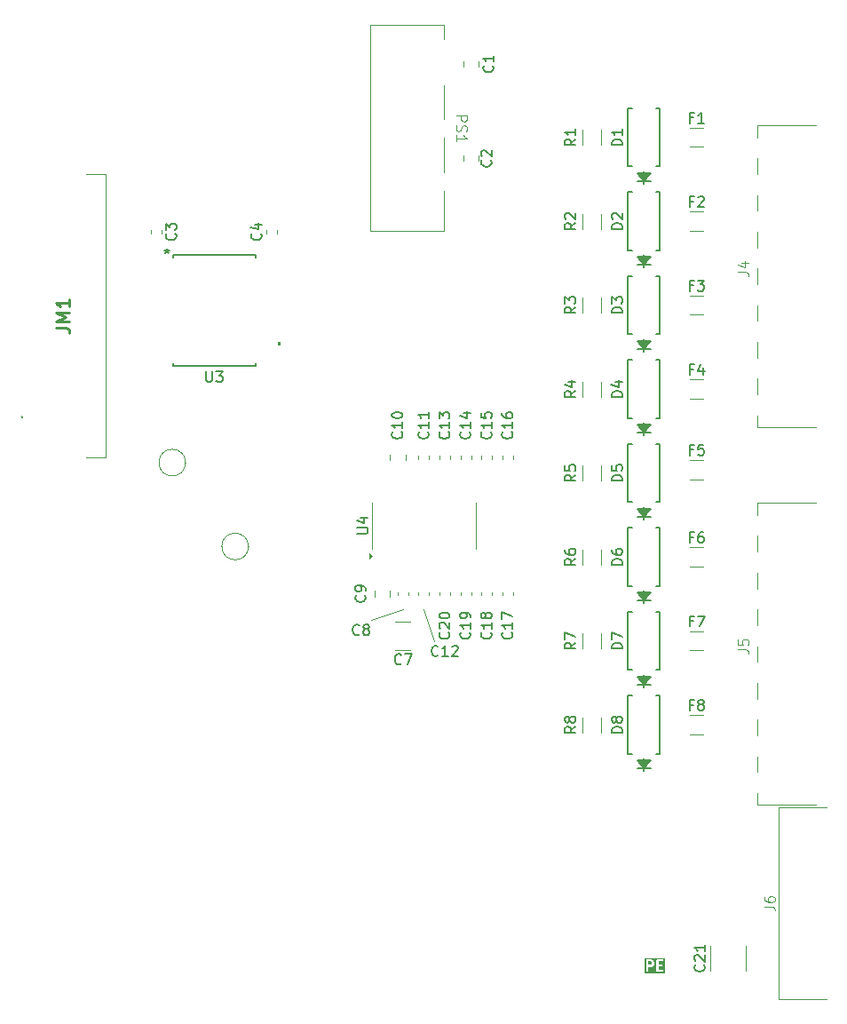
<source format=gbr>
%TF.GenerationSoftware,KiCad,Pcbnew,9.0.2*%
%TF.CreationDate,2025-06-28T17:30:13+03:00*%
%TF.ProjectId,PMCNV-AI8IU,504d434e-562d-4414-9938-49552e6b6963,rev?*%
%TF.SameCoordinates,Original*%
%TF.FileFunction,Legend,Top*%
%TF.FilePolarity,Positive*%
%FSLAX46Y46*%
G04 Gerber Fmt 4.6, Leading zero omitted, Abs format (unit mm)*
G04 Created by KiCad (PCBNEW 9.0.2) date 2025-06-28 17:30:13*
%MOMM*%
%LPD*%
G01*
G04 APERTURE LIST*
%ADD10C,0.100000*%
%ADD11C,0.200000*%
%ADD12C,0.254000*%
%ADD13C,0.150000*%
%ADD14C,0.120000*%
%ADD15C,0.152400*%
%ADD16C,0.000000*%
G04 APERTURE END LIST*
D10*
X-2000000Y-8000000D02*
X-5000000Y-9000000D01*
X1000000Y-11000000D02*
X0Y-8000000D01*
D11*
G36*
X21702668Y-41582024D02*
G01*
X21727337Y-41606692D01*
X21757142Y-41666302D01*
X21757142Y-41761945D01*
X21727337Y-41821554D01*
X21702668Y-41846222D01*
X21643059Y-41876028D01*
X21385714Y-41876028D01*
X21385714Y-41552219D01*
X21643059Y-41552219D01*
X21702668Y-41582024D01*
G37*
G36*
X22971094Y-42663330D02*
G01*
X21074603Y-42663330D01*
X21074603Y-41452219D01*
X21185714Y-41452219D01*
X21185714Y-42452219D01*
X21187635Y-42471728D01*
X21202567Y-42507776D01*
X21230157Y-42535366D01*
X21266205Y-42550298D01*
X21305223Y-42550298D01*
X21341271Y-42535366D01*
X21368861Y-42507776D01*
X21383793Y-42471728D01*
X21385714Y-42452219D01*
X21385714Y-42076028D01*
X21666666Y-42076028D01*
X21686175Y-42074107D01*
X21689495Y-42072731D01*
X21693079Y-42072477D01*
X21711387Y-42065471D01*
X21806625Y-42017852D01*
X21815021Y-42012566D01*
X21817461Y-42011556D01*
X21820207Y-42009302D01*
X21823215Y-42007409D01*
X21824944Y-42005414D01*
X21832615Y-41999120D01*
X21880233Y-41951501D01*
X21886525Y-41943834D01*
X21888523Y-41942102D01*
X21890416Y-41939093D01*
X21892670Y-41936348D01*
X21893680Y-41933907D01*
X21898966Y-41925511D01*
X21946585Y-41830274D01*
X21953591Y-41811965D01*
X21953845Y-41808381D01*
X21955221Y-41805061D01*
X21957142Y-41785552D01*
X21957142Y-41642695D01*
X21955221Y-41623186D01*
X21953845Y-41619865D01*
X21953591Y-41616282D01*
X21946585Y-41597973D01*
X21898966Y-41502736D01*
X21893680Y-41494339D01*
X21892670Y-41491899D01*
X21890416Y-41489153D01*
X21888523Y-41486145D01*
X21886525Y-41484412D01*
X21880233Y-41476746D01*
X21855707Y-41452219D01*
X22185714Y-41452219D01*
X22185714Y-42452219D01*
X22187635Y-42471728D01*
X22202567Y-42507776D01*
X22230157Y-42535366D01*
X22266205Y-42550298D01*
X22285714Y-42552219D01*
X22761904Y-42552219D01*
X22781413Y-42550298D01*
X22817461Y-42535366D01*
X22845051Y-42507776D01*
X22859983Y-42471728D01*
X22859983Y-42432710D01*
X22845051Y-42396662D01*
X22817461Y-42369072D01*
X22781413Y-42354140D01*
X22761904Y-42352219D01*
X22385714Y-42352219D01*
X22385714Y-42028409D01*
X22619047Y-42028409D01*
X22638556Y-42026488D01*
X22674604Y-42011556D01*
X22702194Y-41983966D01*
X22717126Y-41947918D01*
X22717126Y-41908900D01*
X22702194Y-41872852D01*
X22674604Y-41845262D01*
X22638556Y-41830330D01*
X22619047Y-41828409D01*
X22385714Y-41828409D01*
X22385714Y-41552219D01*
X22761904Y-41552219D01*
X22781413Y-41550298D01*
X22817461Y-41535366D01*
X22845051Y-41507776D01*
X22859983Y-41471728D01*
X22859983Y-41432710D01*
X22845051Y-41396662D01*
X22817461Y-41369072D01*
X22781413Y-41354140D01*
X22761904Y-41352219D01*
X22285714Y-41352219D01*
X22266205Y-41354140D01*
X22230157Y-41369072D01*
X22202567Y-41396662D01*
X22187635Y-41432710D01*
X22185714Y-41452219D01*
X21855707Y-41452219D01*
X21832615Y-41429127D01*
X21824944Y-41422832D01*
X21823215Y-41420838D01*
X21820207Y-41418944D01*
X21817461Y-41416691D01*
X21815021Y-41415680D01*
X21806625Y-41410395D01*
X21711387Y-41362776D01*
X21693079Y-41355770D01*
X21689495Y-41355515D01*
X21686175Y-41354140D01*
X21666666Y-41352219D01*
X21285714Y-41352219D01*
X21266205Y-41354140D01*
X21230157Y-41369072D01*
X21202567Y-41396662D01*
X21187635Y-41432710D01*
X21185714Y-41452219D01*
X21074603Y-41452219D01*
X21074603Y-41241108D01*
X22971094Y-41241108D01*
X22971094Y-42663330D01*
G37*
D12*
X-35069682Y18850953D02*
X-34162539Y18850953D01*
X-34162539Y18850953D02*
X-33981111Y18790476D01*
X-33981111Y18790476D02*
X-33860158Y18669524D01*
X-33860158Y18669524D02*
X-33799682Y18488095D01*
X-33799682Y18488095D02*
X-33799682Y18367143D01*
X-33799682Y19455714D02*
X-35069682Y19455714D01*
X-35069682Y19455714D02*
X-34162539Y19879048D01*
X-34162539Y19879048D02*
X-35069682Y20302381D01*
X-35069682Y20302381D02*
X-33799682Y20302381D01*
X-33799682Y21572382D02*
X-33799682Y20846667D01*
X-33799682Y21209524D02*
X-35069682Y21209524D01*
X-35069682Y21209524D02*
X-34888254Y21088572D01*
X-34888254Y21088572D02*
X-34767301Y20967620D01*
X-34767301Y20967620D02*
X-34706825Y20846667D01*
D13*
X25666666Y30888991D02*
X25333333Y30888991D01*
X25333333Y30365181D02*
X25333333Y31365181D01*
X25333333Y31365181D02*
X25809523Y31365181D01*
X26142857Y31269943D02*
X26190476Y31317562D01*
X26190476Y31317562D02*
X26285714Y31365181D01*
X26285714Y31365181D02*
X26523809Y31365181D01*
X26523809Y31365181D02*
X26619047Y31317562D01*
X26619047Y31317562D02*
X26666666Y31269943D01*
X26666666Y31269943D02*
X26714285Y31174705D01*
X26714285Y31174705D02*
X26714285Y31079467D01*
X26714285Y31079467D02*
X26666666Y30936610D01*
X26666666Y30936610D02*
X26095238Y30365181D01*
X26095238Y30365181D02*
X26714285Y30365181D01*
X25666666Y-9111009D02*
X25333333Y-9111009D01*
X25333333Y-9634819D02*
X25333333Y-8634819D01*
X25333333Y-8634819D02*
X25809523Y-8634819D01*
X26095238Y-8634819D02*
X26761904Y-8634819D01*
X26761904Y-8634819D02*
X26333333Y-9634819D01*
X18914819Y4261906D02*
X17914819Y4261906D01*
X17914819Y4261906D02*
X17914819Y4500001D01*
X17914819Y4500001D02*
X17962438Y4642858D01*
X17962438Y4642858D02*
X18057676Y4738096D01*
X18057676Y4738096D02*
X18152914Y4785715D01*
X18152914Y4785715D02*
X18343390Y4833334D01*
X18343390Y4833334D02*
X18486247Y4833334D01*
X18486247Y4833334D02*
X18676723Y4785715D01*
X18676723Y4785715D02*
X18771961Y4738096D01*
X18771961Y4738096D02*
X18867200Y4642858D01*
X18867200Y4642858D02*
X18914819Y4500001D01*
X18914819Y4500001D02*
X18914819Y4261906D01*
X17914819Y5738096D02*
X17914819Y5261906D01*
X17914819Y5261906D02*
X18391009Y5214287D01*
X18391009Y5214287D02*
X18343390Y5261906D01*
X18343390Y5261906D02*
X18295771Y5357144D01*
X18295771Y5357144D02*
X18295771Y5595239D01*
X18295771Y5595239D02*
X18343390Y5690477D01*
X18343390Y5690477D02*
X18391009Y5738096D01*
X18391009Y5738096D02*
X18486247Y5785715D01*
X18486247Y5785715D02*
X18724342Y5785715D01*
X18724342Y5785715D02*
X18819580Y5738096D01*
X18819580Y5738096D02*
X18867200Y5690477D01*
X18867200Y5690477D02*
X18914819Y5595239D01*
X18914819Y5595239D02*
X18914819Y5357144D01*
X18914819Y5357144D02*
X18867200Y5261906D01*
X18867200Y5261906D02*
X18819580Y5214287D01*
D10*
X29957419Y-11833333D02*
X30671704Y-11833333D01*
X30671704Y-11833333D02*
X30814561Y-11880952D01*
X30814561Y-11880952D02*
X30909800Y-11976190D01*
X30909800Y-11976190D02*
X30957419Y-12119047D01*
X30957419Y-12119047D02*
X30957419Y-12214285D01*
X29957419Y-10880952D02*
X29957419Y-11357142D01*
X29957419Y-11357142D02*
X30433609Y-11404761D01*
X30433609Y-11404761D02*
X30385990Y-11357142D01*
X30385990Y-11357142D02*
X30338371Y-11261904D01*
X30338371Y-11261904D02*
X30338371Y-11023809D01*
X30338371Y-11023809D02*
X30385990Y-10928571D01*
X30385990Y-10928571D02*
X30433609Y-10880952D01*
X30433609Y-10880952D02*
X30528847Y-10833333D01*
X30528847Y-10833333D02*
X30766942Y-10833333D01*
X30766942Y-10833333D02*
X30862180Y-10880952D01*
X30862180Y-10880952D02*
X30909800Y-10928571D01*
X30909800Y-10928571D02*
X30957419Y-11023809D01*
X30957419Y-11023809D02*
X30957419Y-11261904D01*
X30957419Y-11261904D02*
X30909800Y-11357142D01*
X30909800Y-11357142D02*
X30862180Y-11404761D01*
D13*
X14454819Y-3166666D02*
X13978628Y-3499999D01*
X14454819Y-3738094D02*
X13454819Y-3738094D01*
X13454819Y-3738094D02*
X13454819Y-3357142D01*
X13454819Y-3357142D02*
X13502438Y-3261904D01*
X13502438Y-3261904D02*
X13550057Y-3214285D01*
X13550057Y-3214285D02*
X13645295Y-3166666D01*
X13645295Y-3166666D02*
X13788152Y-3166666D01*
X13788152Y-3166666D02*
X13883390Y-3214285D01*
X13883390Y-3214285D02*
X13931009Y-3261904D01*
X13931009Y-3261904D02*
X13978628Y-3357142D01*
X13978628Y-3357142D02*
X13978628Y-3738094D01*
X13454819Y-2309523D02*
X13454819Y-2499999D01*
X13454819Y-2499999D02*
X13502438Y-2595237D01*
X13502438Y-2595237D02*
X13550057Y-2642856D01*
X13550057Y-2642856D02*
X13692914Y-2738094D01*
X13692914Y-2738094D02*
X13883390Y-2785713D01*
X13883390Y-2785713D02*
X14264342Y-2785713D01*
X14264342Y-2785713D02*
X14359580Y-2738094D01*
X14359580Y-2738094D02*
X14407200Y-2690475D01*
X14407200Y-2690475D02*
X14454819Y-2595237D01*
X14454819Y-2595237D02*
X14454819Y-2404761D01*
X14454819Y-2404761D02*
X14407200Y-2309523D01*
X14407200Y-2309523D02*
X14359580Y-2261904D01*
X14359580Y-2261904D02*
X14264342Y-2214285D01*
X14264342Y-2214285D02*
X14026247Y-2214285D01*
X14026247Y-2214285D02*
X13931009Y-2261904D01*
X13931009Y-2261904D02*
X13883390Y-2309523D01*
X13883390Y-2309523D02*
X13835771Y-2404761D01*
X13835771Y-2404761D02*
X13835771Y-2595237D01*
X13835771Y-2595237D02*
X13883390Y-2690475D01*
X13883390Y-2690475D02*
X13931009Y-2738094D01*
X13931009Y-2738094D02*
X14026247Y-2785713D01*
X25666666Y22888991D02*
X25333333Y22888991D01*
X25333333Y22365181D02*
X25333333Y23365181D01*
X25333333Y23365181D02*
X25809523Y23365181D01*
X26095238Y23365181D02*
X26714285Y23365181D01*
X26714285Y23365181D02*
X26380952Y22984229D01*
X26380952Y22984229D02*
X26523809Y22984229D01*
X26523809Y22984229D02*
X26619047Y22936610D01*
X26619047Y22936610D02*
X26666666Y22888991D01*
X26666666Y22888991D02*
X26714285Y22793753D01*
X26714285Y22793753D02*
X26714285Y22555658D01*
X26714285Y22555658D02*
X26666666Y22460420D01*
X26666666Y22460420D02*
X26619047Y22412800D01*
X26619047Y22412800D02*
X26523809Y22365181D01*
X26523809Y22365181D02*
X26238095Y22365181D01*
X26238095Y22365181D02*
X26142857Y22412800D01*
X26142857Y22412800D02*
X26095238Y22460420D01*
X2359580Y8908208D02*
X2407200Y8860589D01*
X2407200Y8860589D02*
X2454819Y8717732D01*
X2454819Y8717732D02*
X2454819Y8622494D01*
X2454819Y8622494D02*
X2407200Y8479637D01*
X2407200Y8479637D02*
X2311961Y8384399D01*
X2311961Y8384399D02*
X2216723Y8336780D01*
X2216723Y8336780D02*
X2026247Y8289161D01*
X2026247Y8289161D02*
X1883390Y8289161D01*
X1883390Y8289161D02*
X1692914Y8336780D01*
X1692914Y8336780D02*
X1597676Y8384399D01*
X1597676Y8384399D02*
X1502438Y8479637D01*
X1502438Y8479637D02*
X1454819Y8622494D01*
X1454819Y8622494D02*
X1454819Y8717732D01*
X1454819Y8717732D02*
X1502438Y8860589D01*
X1502438Y8860589D02*
X1550057Y8908208D01*
X2454819Y9860589D02*
X2454819Y9289161D01*
X2454819Y9574875D02*
X1454819Y9574875D01*
X1454819Y9574875D02*
X1597676Y9479637D01*
X1597676Y9479637D02*
X1692914Y9384399D01*
X1692914Y9384399D02*
X1740533Y9289161D01*
X1454819Y10193923D02*
X1454819Y10812970D01*
X1454819Y10812970D02*
X1835771Y10479637D01*
X1835771Y10479637D02*
X1835771Y10622494D01*
X1835771Y10622494D02*
X1883390Y10717732D01*
X1883390Y10717732D02*
X1931009Y10765351D01*
X1931009Y10765351D02*
X2026247Y10812970D01*
X2026247Y10812970D02*
X2264342Y10812970D01*
X2264342Y10812970D02*
X2359580Y10765351D01*
X2359580Y10765351D02*
X2407200Y10717732D01*
X2407200Y10717732D02*
X2454819Y10622494D01*
X2454819Y10622494D02*
X2454819Y10336780D01*
X2454819Y10336780D02*
X2407200Y10241542D01*
X2407200Y10241542D02*
X2359580Y10193923D01*
X6539580Y43833334D02*
X6587200Y43785715D01*
X6587200Y43785715D02*
X6634819Y43642858D01*
X6634819Y43642858D02*
X6634819Y43547620D01*
X6634819Y43547620D02*
X6587200Y43404763D01*
X6587200Y43404763D02*
X6491961Y43309525D01*
X6491961Y43309525D02*
X6396723Y43261906D01*
X6396723Y43261906D02*
X6206247Y43214287D01*
X6206247Y43214287D02*
X6063390Y43214287D01*
X6063390Y43214287D02*
X5872914Y43261906D01*
X5872914Y43261906D02*
X5777676Y43309525D01*
X5777676Y43309525D02*
X5682438Y43404763D01*
X5682438Y43404763D02*
X5634819Y43547620D01*
X5634819Y43547620D02*
X5634819Y43642858D01*
X5634819Y43642858D02*
X5682438Y43785715D01*
X5682438Y43785715D02*
X5730057Y43833334D01*
X6634819Y44785715D02*
X6634819Y44214287D01*
X6634819Y44500001D02*
X5634819Y44500001D01*
X5634819Y44500001D02*
X5777676Y44404763D01*
X5777676Y44404763D02*
X5872914Y44309525D01*
X5872914Y44309525D02*
X5920533Y44214287D01*
X18914819Y20261906D02*
X17914819Y20261906D01*
X17914819Y20261906D02*
X17914819Y20500001D01*
X17914819Y20500001D02*
X17962438Y20642858D01*
X17962438Y20642858D02*
X18057676Y20738096D01*
X18057676Y20738096D02*
X18152914Y20785715D01*
X18152914Y20785715D02*
X18343390Y20833334D01*
X18343390Y20833334D02*
X18486247Y20833334D01*
X18486247Y20833334D02*
X18676723Y20785715D01*
X18676723Y20785715D02*
X18771961Y20738096D01*
X18771961Y20738096D02*
X18867200Y20642858D01*
X18867200Y20642858D02*
X18914819Y20500001D01*
X18914819Y20500001D02*
X18914819Y20261906D01*
X17914819Y21166668D02*
X17914819Y21785715D01*
X17914819Y21785715D02*
X18295771Y21452382D01*
X18295771Y21452382D02*
X18295771Y21595239D01*
X18295771Y21595239D02*
X18343390Y21690477D01*
X18343390Y21690477D02*
X18391009Y21738096D01*
X18391009Y21738096D02*
X18486247Y21785715D01*
X18486247Y21785715D02*
X18724342Y21785715D01*
X18724342Y21785715D02*
X18819580Y21738096D01*
X18819580Y21738096D02*
X18867200Y21690477D01*
X18867200Y21690477D02*
X18914819Y21595239D01*
X18914819Y21595239D02*
X18914819Y21309525D01*
X18914819Y21309525D02*
X18867200Y21214287D01*
X18867200Y21214287D02*
X18819580Y21166668D01*
D10*
X29957419Y24166667D02*
X30671704Y24166667D01*
X30671704Y24166667D02*
X30814561Y24119048D01*
X30814561Y24119048D02*
X30909800Y24023810D01*
X30909800Y24023810D02*
X30957419Y23880953D01*
X30957419Y23880953D02*
X30957419Y23785715D01*
X30290752Y25071429D02*
X30957419Y25071429D01*
X29909800Y24833334D02*
X30624085Y24595239D01*
X30624085Y24595239D02*
X30624085Y25214286D01*
X3082580Y39094286D02*
X4082580Y39094286D01*
X4082580Y39094286D02*
X4082580Y38713334D01*
X4082580Y38713334D02*
X4034961Y38618096D01*
X4034961Y38618096D02*
X3987342Y38570477D01*
X3987342Y38570477D02*
X3892104Y38522858D01*
X3892104Y38522858D02*
X3749247Y38522858D01*
X3749247Y38522858D02*
X3654009Y38570477D01*
X3654009Y38570477D02*
X3606390Y38618096D01*
X3606390Y38618096D02*
X3558771Y38713334D01*
X3558771Y38713334D02*
X3558771Y39094286D01*
X3130200Y38141905D02*
X3082580Y37999048D01*
X3082580Y37999048D02*
X3082580Y37760953D01*
X3082580Y37760953D02*
X3130200Y37665715D01*
X3130200Y37665715D02*
X3177819Y37618096D01*
X3177819Y37618096D02*
X3273057Y37570477D01*
X3273057Y37570477D02*
X3368295Y37570477D01*
X3368295Y37570477D02*
X3463533Y37618096D01*
X3463533Y37618096D02*
X3511152Y37665715D01*
X3511152Y37665715D02*
X3558771Y37760953D01*
X3558771Y37760953D02*
X3606390Y37951429D01*
X3606390Y37951429D02*
X3654009Y38046667D01*
X3654009Y38046667D02*
X3701628Y38094286D01*
X3701628Y38094286D02*
X3796866Y38141905D01*
X3796866Y38141905D02*
X3892104Y38141905D01*
X3892104Y38141905D02*
X3987342Y38094286D01*
X3987342Y38094286D02*
X4034961Y38046667D01*
X4034961Y38046667D02*
X4082580Y37951429D01*
X4082580Y37951429D02*
X4082580Y37713334D01*
X4082580Y37713334D02*
X4034961Y37570477D01*
X3082580Y36618096D02*
X3082580Y37189524D01*
X3082580Y36903810D02*
X4082580Y36903810D01*
X4082580Y36903810D02*
X3939723Y36999048D01*
X3939723Y36999048D02*
X3844485Y37094286D01*
X3844485Y37094286D02*
X3796866Y37189524D01*
D13*
X14454819Y36833334D02*
X13978628Y36500001D01*
X14454819Y36261906D02*
X13454819Y36261906D01*
X13454819Y36261906D02*
X13454819Y36642858D01*
X13454819Y36642858D02*
X13502438Y36738096D01*
X13502438Y36738096D02*
X13550057Y36785715D01*
X13550057Y36785715D02*
X13645295Y36833334D01*
X13645295Y36833334D02*
X13788152Y36833334D01*
X13788152Y36833334D02*
X13883390Y36785715D01*
X13883390Y36785715D02*
X13931009Y36738096D01*
X13931009Y36738096D02*
X13978628Y36642858D01*
X13978628Y36642858D02*
X13978628Y36261906D01*
X14454819Y37785715D02*
X14454819Y37214287D01*
X14454819Y37500001D02*
X13454819Y37500001D01*
X13454819Y37500001D02*
X13597676Y37404763D01*
X13597676Y37404763D02*
X13692914Y37309525D01*
X13692914Y37309525D02*
X13740533Y37214287D01*
X359580Y8908208D02*
X407200Y8860589D01*
X407200Y8860589D02*
X454819Y8717732D01*
X454819Y8717732D02*
X454819Y8622494D01*
X454819Y8622494D02*
X407200Y8479637D01*
X407200Y8479637D02*
X311961Y8384399D01*
X311961Y8384399D02*
X216723Y8336780D01*
X216723Y8336780D02*
X26247Y8289161D01*
X26247Y8289161D02*
X-116610Y8289161D01*
X-116610Y8289161D02*
X-307086Y8336780D01*
X-307086Y8336780D02*
X-402324Y8384399D01*
X-402324Y8384399D02*
X-497562Y8479637D01*
X-497562Y8479637D02*
X-545181Y8622494D01*
X-545181Y8622494D02*
X-545181Y8717732D01*
X-545181Y8717732D02*
X-497562Y8860589D01*
X-497562Y8860589D02*
X-449943Y8908208D01*
X454819Y9860589D02*
X454819Y9289161D01*
X454819Y9574875D02*
X-545181Y9574875D01*
X-545181Y9574875D02*
X-402324Y9479637D01*
X-402324Y9479637D02*
X-307086Y9384399D01*
X-307086Y9384399D02*
X-259467Y9289161D01*
X454819Y10812970D02*
X454819Y10241542D01*
X454819Y10527256D02*
X-545181Y10527256D01*
X-545181Y10527256D02*
X-402324Y10432018D01*
X-402324Y10432018D02*
X-307086Y10336780D01*
X-307086Y10336780D02*
X-259467Y10241542D01*
X14454819Y12833334D02*
X13978628Y12500001D01*
X14454819Y12261906D02*
X13454819Y12261906D01*
X13454819Y12261906D02*
X13454819Y12642858D01*
X13454819Y12642858D02*
X13502438Y12738096D01*
X13502438Y12738096D02*
X13550057Y12785715D01*
X13550057Y12785715D02*
X13645295Y12833334D01*
X13645295Y12833334D02*
X13788152Y12833334D01*
X13788152Y12833334D02*
X13883390Y12785715D01*
X13883390Y12785715D02*
X13931009Y12738096D01*
X13931009Y12738096D02*
X13978628Y12642858D01*
X13978628Y12642858D02*
X13978628Y12261906D01*
X13788152Y13690477D02*
X14454819Y13690477D01*
X13407200Y13452382D02*
X14121485Y13214287D01*
X14121485Y13214287D02*
X14121485Y13833334D01*
X-2166667Y-13159580D02*
X-2214286Y-13207200D01*
X-2214286Y-13207200D02*
X-2357143Y-13254819D01*
X-2357143Y-13254819D02*
X-2452381Y-13254819D01*
X-2452381Y-13254819D02*
X-2595238Y-13207200D01*
X-2595238Y-13207200D02*
X-2690476Y-13111961D01*
X-2690476Y-13111961D02*
X-2738095Y-13016723D01*
X-2738095Y-13016723D02*
X-2785714Y-12826247D01*
X-2785714Y-12826247D02*
X-2785714Y-12683390D01*
X-2785714Y-12683390D02*
X-2738095Y-12492914D01*
X-2738095Y-12492914D02*
X-2690476Y-12397676D01*
X-2690476Y-12397676D02*
X-2595238Y-12302438D01*
X-2595238Y-12302438D02*
X-2452381Y-12254819D01*
X-2452381Y-12254819D02*
X-2357143Y-12254819D01*
X-2357143Y-12254819D02*
X-2214286Y-12302438D01*
X-2214286Y-12302438D02*
X-2166667Y-12350057D01*
X-1833333Y-12254819D02*
X-1166667Y-12254819D01*
X-1166667Y-12254819D02*
X-1595238Y-13254819D01*
X14454819Y28833334D02*
X13978628Y28500001D01*
X14454819Y28261906D02*
X13454819Y28261906D01*
X13454819Y28261906D02*
X13454819Y28642858D01*
X13454819Y28642858D02*
X13502438Y28738096D01*
X13502438Y28738096D02*
X13550057Y28785715D01*
X13550057Y28785715D02*
X13645295Y28833334D01*
X13645295Y28833334D02*
X13788152Y28833334D01*
X13788152Y28833334D02*
X13883390Y28785715D01*
X13883390Y28785715D02*
X13931009Y28738096D01*
X13931009Y28738096D02*
X13978628Y28642858D01*
X13978628Y28642858D02*
X13978628Y28261906D01*
X13550057Y29214287D02*
X13502438Y29261906D01*
X13502438Y29261906D02*
X13454819Y29357144D01*
X13454819Y29357144D02*
X13454819Y29595239D01*
X13454819Y29595239D02*
X13502438Y29690477D01*
X13502438Y29690477D02*
X13550057Y29738096D01*
X13550057Y29738096D02*
X13645295Y29785715D01*
X13645295Y29785715D02*
X13740533Y29785715D01*
X13740533Y29785715D02*
X13883390Y29738096D01*
X13883390Y29738096D02*
X14454819Y29166668D01*
X14454819Y29166668D02*
X14454819Y29785715D01*
X-23710420Y27833334D02*
X-23662800Y27785715D01*
X-23662800Y27785715D02*
X-23615181Y27642858D01*
X-23615181Y27642858D02*
X-23615181Y27547620D01*
X-23615181Y27547620D02*
X-23662800Y27404763D01*
X-23662800Y27404763D02*
X-23758039Y27309525D01*
X-23758039Y27309525D02*
X-23853277Y27261906D01*
X-23853277Y27261906D02*
X-24043753Y27214287D01*
X-24043753Y27214287D02*
X-24186610Y27214287D01*
X-24186610Y27214287D02*
X-24377086Y27261906D01*
X-24377086Y27261906D02*
X-24472324Y27309525D01*
X-24472324Y27309525D02*
X-24567562Y27404763D01*
X-24567562Y27404763D02*
X-24615181Y27547620D01*
X-24615181Y27547620D02*
X-24615181Y27642858D01*
X-24615181Y27642858D02*
X-24567562Y27785715D01*
X-24567562Y27785715D02*
X-24519943Y27833334D01*
X-24615181Y28166668D02*
X-24615181Y28785715D01*
X-24615181Y28785715D02*
X-24234229Y28452382D01*
X-24234229Y28452382D02*
X-24234229Y28595239D01*
X-24234229Y28595239D02*
X-24186610Y28690477D01*
X-24186610Y28690477D02*
X-24138991Y28738096D01*
X-24138991Y28738096D02*
X-24043753Y28785715D01*
X-24043753Y28785715D02*
X-23805658Y28785715D01*
X-23805658Y28785715D02*
X-23710420Y28738096D01*
X-23710420Y28738096D02*
X-23662800Y28690477D01*
X-23662800Y28690477D02*
X-23615181Y28595239D01*
X-23615181Y28595239D02*
X-23615181Y28309525D01*
X-23615181Y28309525D02*
X-23662800Y28214287D01*
X-23662800Y28214287D02*
X-23710420Y28166668D01*
X-2140420Y8908208D02*
X-2092800Y8860589D01*
X-2092800Y8860589D02*
X-2045181Y8717732D01*
X-2045181Y8717732D02*
X-2045181Y8622494D01*
X-2045181Y8622494D02*
X-2092800Y8479637D01*
X-2092800Y8479637D02*
X-2188039Y8384399D01*
X-2188039Y8384399D02*
X-2283277Y8336780D01*
X-2283277Y8336780D02*
X-2473753Y8289161D01*
X-2473753Y8289161D02*
X-2616610Y8289161D01*
X-2616610Y8289161D02*
X-2807086Y8336780D01*
X-2807086Y8336780D02*
X-2902324Y8384399D01*
X-2902324Y8384399D02*
X-2997562Y8479637D01*
X-2997562Y8479637D02*
X-3045181Y8622494D01*
X-3045181Y8622494D02*
X-3045181Y8717732D01*
X-3045181Y8717732D02*
X-2997562Y8860589D01*
X-2997562Y8860589D02*
X-2949943Y8908208D01*
X-2045181Y9860589D02*
X-2045181Y9289161D01*
X-2045181Y9574875D02*
X-3045181Y9574875D01*
X-3045181Y9574875D02*
X-2902324Y9479637D01*
X-2902324Y9479637D02*
X-2807086Y9384399D01*
X-2807086Y9384399D02*
X-2759467Y9289161D01*
X-3045181Y10479637D02*
X-3045181Y10574875D01*
X-3045181Y10574875D02*
X-2997562Y10670113D01*
X-2997562Y10670113D02*
X-2949943Y10717732D01*
X-2949943Y10717732D02*
X-2854705Y10765351D01*
X-2854705Y10765351D02*
X-2664229Y10812970D01*
X-2664229Y10812970D02*
X-2426134Y10812970D01*
X-2426134Y10812970D02*
X-2235658Y10765351D01*
X-2235658Y10765351D02*
X-2140420Y10717732D01*
X-2140420Y10717732D02*
X-2092800Y10670113D01*
X-2092800Y10670113D02*
X-2045181Y10574875D01*
X-2045181Y10574875D02*
X-2045181Y10479637D01*
X-2045181Y10479637D02*
X-2092800Y10384399D01*
X-2092800Y10384399D02*
X-2140420Y10336780D01*
X-2140420Y10336780D02*
X-2235658Y10289161D01*
X-2235658Y10289161D02*
X-2426134Y10241542D01*
X-2426134Y10241542D02*
X-2664229Y10241542D01*
X-2664229Y10241542D02*
X-2854705Y10289161D01*
X-2854705Y10289161D02*
X-2949943Y10336780D01*
X-2949943Y10336780D02*
X-2997562Y10384399D01*
X-2997562Y10384399D02*
X-3045181Y10479637D01*
X6359580Y-10193922D02*
X6407200Y-10241541D01*
X6407200Y-10241541D02*
X6454819Y-10384398D01*
X6454819Y-10384398D02*
X6454819Y-10479636D01*
X6454819Y-10479636D02*
X6407200Y-10622493D01*
X6407200Y-10622493D02*
X6311961Y-10717731D01*
X6311961Y-10717731D02*
X6216723Y-10765350D01*
X6216723Y-10765350D02*
X6026247Y-10812969D01*
X6026247Y-10812969D02*
X5883390Y-10812969D01*
X5883390Y-10812969D02*
X5692914Y-10765350D01*
X5692914Y-10765350D02*
X5597676Y-10717731D01*
X5597676Y-10717731D02*
X5502438Y-10622493D01*
X5502438Y-10622493D02*
X5454819Y-10479636D01*
X5454819Y-10479636D02*
X5454819Y-10384398D01*
X5454819Y-10384398D02*
X5502438Y-10241541D01*
X5502438Y-10241541D02*
X5550057Y-10193922D01*
X6454819Y-9241541D02*
X6454819Y-9812969D01*
X6454819Y-9527255D02*
X5454819Y-9527255D01*
X5454819Y-9527255D02*
X5597676Y-9622493D01*
X5597676Y-9622493D02*
X5692914Y-9717731D01*
X5692914Y-9717731D02*
X5740533Y-9812969D01*
X5883390Y-8670112D02*
X5835771Y-8765350D01*
X5835771Y-8765350D02*
X5788152Y-8812969D01*
X5788152Y-8812969D02*
X5692914Y-8860588D01*
X5692914Y-8860588D02*
X5645295Y-8860588D01*
X5645295Y-8860588D02*
X5550057Y-8812969D01*
X5550057Y-8812969D02*
X5502438Y-8765350D01*
X5502438Y-8765350D02*
X5454819Y-8670112D01*
X5454819Y-8670112D02*
X5454819Y-8479636D01*
X5454819Y-8479636D02*
X5502438Y-8384398D01*
X5502438Y-8384398D02*
X5550057Y-8336779D01*
X5550057Y-8336779D02*
X5645295Y-8289160D01*
X5645295Y-8289160D02*
X5692914Y-8289160D01*
X5692914Y-8289160D02*
X5788152Y-8336779D01*
X5788152Y-8336779D02*
X5835771Y-8384398D01*
X5835771Y-8384398D02*
X5883390Y-8479636D01*
X5883390Y-8479636D02*
X5883390Y-8670112D01*
X5883390Y-8670112D02*
X5931009Y-8765350D01*
X5931009Y-8765350D02*
X5978628Y-8812969D01*
X5978628Y-8812969D02*
X6073866Y-8860588D01*
X6073866Y-8860588D02*
X6264342Y-8860588D01*
X6264342Y-8860588D02*
X6359580Y-8812969D01*
X6359580Y-8812969D02*
X6407200Y-8765350D01*
X6407200Y-8765350D02*
X6454819Y-8670112D01*
X6454819Y-8670112D02*
X6454819Y-8479636D01*
X6454819Y-8479636D02*
X6407200Y-8384398D01*
X6407200Y-8384398D02*
X6359580Y-8336779D01*
X6359580Y-8336779D02*
X6264342Y-8289160D01*
X6264342Y-8289160D02*
X6073866Y-8289160D01*
X6073866Y-8289160D02*
X5978628Y-8336779D01*
X5978628Y-8336779D02*
X5931009Y-8384398D01*
X5931009Y-8384398D02*
X5883390Y-8479636D01*
X14454819Y20833334D02*
X13978628Y20500001D01*
X14454819Y20261906D02*
X13454819Y20261906D01*
X13454819Y20261906D02*
X13454819Y20642858D01*
X13454819Y20642858D02*
X13502438Y20738096D01*
X13502438Y20738096D02*
X13550057Y20785715D01*
X13550057Y20785715D02*
X13645295Y20833334D01*
X13645295Y20833334D02*
X13788152Y20833334D01*
X13788152Y20833334D02*
X13883390Y20785715D01*
X13883390Y20785715D02*
X13931009Y20738096D01*
X13931009Y20738096D02*
X13978628Y20642858D01*
X13978628Y20642858D02*
X13978628Y20261906D01*
X13454819Y21166668D02*
X13454819Y21785715D01*
X13454819Y21785715D02*
X13835771Y21452382D01*
X13835771Y21452382D02*
X13835771Y21595239D01*
X13835771Y21595239D02*
X13883390Y21690477D01*
X13883390Y21690477D02*
X13931009Y21738096D01*
X13931009Y21738096D02*
X14026247Y21785715D01*
X14026247Y21785715D02*
X14264342Y21785715D01*
X14264342Y21785715D02*
X14359580Y21738096D01*
X14359580Y21738096D02*
X14407200Y21690477D01*
X14407200Y21690477D02*
X14454819Y21595239D01*
X14454819Y21595239D02*
X14454819Y21309525D01*
X14454819Y21309525D02*
X14407200Y21214287D01*
X14407200Y21214287D02*
X14359580Y21166668D01*
X1357142Y-12359580D02*
X1309523Y-12407200D01*
X1309523Y-12407200D02*
X1166666Y-12454819D01*
X1166666Y-12454819D02*
X1071428Y-12454819D01*
X1071428Y-12454819D02*
X928571Y-12407200D01*
X928571Y-12407200D02*
X833333Y-12311961D01*
X833333Y-12311961D02*
X785714Y-12216723D01*
X785714Y-12216723D02*
X738095Y-12026247D01*
X738095Y-12026247D02*
X738095Y-11883390D01*
X738095Y-11883390D02*
X785714Y-11692914D01*
X785714Y-11692914D02*
X833333Y-11597676D01*
X833333Y-11597676D02*
X928571Y-11502438D01*
X928571Y-11502438D02*
X1071428Y-11454819D01*
X1071428Y-11454819D02*
X1166666Y-11454819D01*
X1166666Y-11454819D02*
X1309523Y-11502438D01*
X1309523Y-11502438D02*
X1357142Y-11550057D01*
X2309523Y-12454819D02*
X1738095Y-12454819D01*
X2023809Y-12454819D02*
X2023809Y-11454819D01*
X2023809Y-11454819D02*
X1928571Y-11597676D01*
X1928571Y-11597676D02*
X1833333Y-11692914D01*
X1833333Y-11692914D02*
X1738095Y-11740533D01*
X2690476Y-11550057D02*
X2738095Y-11502438D01*
X2738095Y-11502438D02*
X2833333Y-11454819D01*
X2833333Y-11454819D02*
X3071428Y-11454819D01*
X3071428Y-11454819D02*
X3166666Y-11502438D01*
X3166666Y-11502438D02*
X3214285Y-11550057D01*
X3214285Y-11550057D02*
X3261904Y-11645295D01*
X3261904Y-11645295D02*
X3261904Y-11740533D01*
X3261904Y-11740533D02*
X3214285Y-11883390D01*
X3214285Y-11883390D02*
X2642857Y-12454819D01*
X2642857Y-12454819D02*
X3261904Y-12454819D01*
X18914819Y28261906D02*
X17914819Y28261906D01*
X17914819Y28261906D02*
X17914819Y28500001D01*
X17914819Y28500001D02*
X17962438Y28642858D01*
X17962438Y28642858D02*
X18057676Y28738096D01*
X18057676Y28738096D02*
X18152914Y28785715D01*
X18152914Y28785715D02*
X18343390Y28833334D01*
X18343390Y28833334D02*
X18486247Y28833334D01*
X18486247Y28833334D02*
X18676723Y28785715D01*
X18676723Y28785715D02*
X18771961Y28738096D01*
X18771961Y28738096D02*
X18867200Y28642858D01*
X18867200Y28642858D02*
X18914819Y28500001D01*
X18914819Y28500001D02*
X18914819Y28261906D01*
X18010057Y29214287D02*
X17962438Y29261906D01*
X17962438Y29261906D02*
X17914819Y29357144D01*
X17914819Y29357144D02*
X17914819Y29595239D01*
X17914819Y29595239D02*
X17962438Y29690477D01*
X17962438Y29690477D02*
X18010057Y29738096D01*
X18010057Y29738096D02*
X18105295Y29785715D01*
X18105295Y29785715D02*
X18200533Y29785715D01*
X18200533Y29785715D02*
X18343390Y29738096D01*
X18343390Y29738096D02*
X18914819Y29166668D01*
X18914819Y29166668D02*
X18914819Y29785715D01*
D10*
X32457419Y-36333333D02*
X33171704Y-36333333D01*
X33171704Y-36333333D02*
X33314561Y-36380952D01*
X33314561Y-36380952D02*
X33409800Y-36476190D01*
X33409800Y-36476190D02*
X33457419Y-36619047D01*
X33457419Y-36619047D02*
X33457419Y-36714285D01*
X32457419Y-35428571D02*
X32457419Y-35619047D01*
X32457419Y-35619047D02*
X32505038Y-35714285D01*
X32505038Y-35714285D02*
X32552657Y-35761904D01*
X32552657Y-35761904D02*
X32695514Y-35857142D01*
X32695514Y-35857142D02*
X32885990Y-35904761D01*
X32885990Y-35904761D02*
X33266942Y-35904761D01*
X33266942Y-35904761D02*
X33362180Y-35857142D01*
X33362180Y-35857142D02*
X33409800Y-35809523D01*
X33409800Y-35809523D02*
X33457419Y-35714285D01*
X33457419Y-35714285D02*
X33457419Y-35523809D01*
X33457419Y-35523809D02*
X33409800Y-35428571D01*
X33409800Y-35428571D02*
X33362180Y-35380952D01*
X33362180Y-35380952D02*
X33266942Y-35333333D01*
X33266942Y-35333333D02*
X33028847Y-35333333D01*
X33028847Y-35333333D02*
X32933609Y-35380952D01*
X32933609Y-35380952D02*
X32885990Y-35428571D01*
X32885990Y-35428571D02*
X32838371Y-35523809D01*
X32838371Y-35523809D02*
X32838371Y-35714285D01*
X32838371Y-35714285D02*
X32885990Y-35809523D01*
X32885990Y-35809523D02*
X32933609Y-35857142D01*
X32933609Y-35857142D02*
X33028847Y-35904761D01*
D13*
X18914819Y12261906D02*
X17914819Y12261906D01*
X17914819Y12261906D02*
X17914819Y12500001D01*
X17914819Y12500001D02*
X17962438Y12642858D01*
X17962438Y12642858D02*
X18057676Y12738096D01*
X18057676Y12738096D02*
X18152914Y12785715D01*
X18152914Y12785715D02*
X18343390Y12833334D01*
X18343390Y12833334D02*
X18486247Y12833334D01*
X18486247Y12833334D02*
X18676723Y12785715D01*
X18676723Y12785715D02*
X18771961Y12738096D01*
X18771961Y12738096D02*
X18867200Y12642858D01*
X18867200Y12642858D02*
X18914819Y12500001D01*
X18914819Y12500001D02*
X18914819Y12261906D01*
X18248152Y13690477D02*
X18914819Y13690477D01*
X17867200Y13452382D02*
X18581485Y13214287D01*
X18581485Y13214287D02*
X18581485Y13833334D01*
X14454819Y4833334D02*
X13978628Y4500001D01*
X14454819Y4261906D02*
X13454819Y4261906D01*
X13454819Y4261906D02*
X13454819Y4642858D01*
X13454819Y4642858D02*
X13502438Y4738096D01*
X13502438Y4738096D02*
X13550057Y4785715D01*
X13550057Y4785715D02*
X13645295Y4833334D01*
X13645295Y4833334D02*
X13788152Y4833334D01*
X13788152Y4833334D02*
X13883390Y4785715D01*
X13883390Y4785715D02*
X13931009Y4738096D01*
X13931009Y4738096D02*
X13978628Y4642858D01*
X13978628Y4642858D02*
X13978628Y4261906D01*
X13454819Y5738096D02*
X13454819Y5261906D01*
X13454819Y5261906D02*
X13931009Y5214287D01*
X13931009Y5214287D02*
X13883390Y5261906D01*
X13883390Y5261906D02*
X13835771Y5357144D01*
X13835771Y5357144D02*
X13835771Y5595239D01*
X13835771Y5595239D02*
X13883390Y5690477D01*
X13883390Y5690477D02*
X13931009Y5738096D01*
X13931009Y5738096D02*
X14026247Y5785715D01*
X14026247Y5785715D02*
X14264342Y5785715D01*
X14264342Y5785715D02*
X14359580Y5738096D01*
X14359580Y5738096D02*
X14407200Y5690477D01*
X14407200Y5690477D02*
X14454819Y5595239D01*
X14454819Y5595239D02*
X14454819Y5357144D01*
X14454819Y5357144D02*
X14407200Y5261906D01*
X14407200Y5261906D02*
X14359580Y5214287D01*
X25666666Y7213991D02*
X25333333Y7213991D01*
X25333333Y6690181D02*
X25333333Y7690181D01*
X25333333Y7690181D02*
X25809523Y7690181D01*
X26666666Y7690181D02*
X26190476Y7690181D01*
X26190476Y7690181D02*
X26142857Y7213991D01*
X26142857Y7213991D02*
X26190476Y7261610D01*
X26190476Y7261610D02*
X26285714Y7309229D01*
X26285714Y7309229D02*
X26523809Y7309229D01*
X26523809Y7309229D02*
X26619047Y7261610D01*
X26619047Y7261610D02*
X26666666Y7213991D01*
X26666666Y7213991D02*
X26714285Y7118753D01*
X26714285Y7118753D02*
X26714285Y6880658D01*
X26714285Y6880658D02*
X26666666Y6785420D01*
X26666666Y6785420D02*
X26619047Y6737800D01*
X26619047Y6737800D02*
X26523809Y6690181D01*
X26523809Y6690181D02*
X26285714Y6690181D01*
X26285714Y6690181D02*
X26190476Y6737800D01*
X26190476Y6737800D02*
X26142857Y6785420D01*
X6359580Y8908208D02*
X6407200Y8860589D01*
X6407200Y8860589D02*
X6454819Y8717732D01*
X6454819Y8717732D02*
X6454819Y8622494D01*
X6454819Y8622494D02*
X6407200Y8479637D01*
X6407200Y8479637D02*
X6311961Y8384399D01*
X6311961Y8384399D02*
X6216723Y8336780D01*
X6216723Y8336780D02*
X6026247Y8289161D01*
X6026247Y8289161D02*
X5883390Y8289161D01*
X5883390Y8289161D02*
X5692914Y8336780D01*
X5692914Y8336780D02*
X5597676Y8384399D01*
X5597676Y8384399D02*
X5502438Y8479637D01*
X5502438Y8479637D02*
X5454819Y8622494D01*
X5454819Y8622494D02*
X5454819Y8717732D01*
X5454819Y8717732D02*
X5502438Y8860589D01*
X5502438Y8860589D02*
X5550057Y8908208D01*
X6454819Y9860589D02*
X6454819Y9289161D01*
X6454819Y9574875D02*
X5454819Y9574875D01*
X5454819Y9574875D02*
X5597676Y9479637D01*
X5597676Y9479637D02*
X5692914Y9384399D01*
X5692914Y9384399D02*
X5740533Y9289161D01*
X5454819Y10765351D02*
X5454819Y10289161D01*
X5454819Y10289161D02*
X5931009Y10241542D01*
X5931009Y10241542D02*
X5883390Y10289161D01*
X5883390Y10289161D02*
X5835771Y10384399D01*
X5835771Y10384399D02*
X5835771Y10622494D01*
X5835771Y10622494D02*
X5883390Y10717732D01*
X5883390Y10717732D02*
X5931009Y10765351D01*
X5931009Y10765351D02*
X6026247Y10812970D01*
X6026247Y10812970D02*
X6264342Y10812970D01*
X6264342Y10812970D02*
X6359580Y10765351D01*
X6359580Y10765351D02*
X6407200Y10717732D01*
X6407200Y10717732D02*
X6454819Y10622494D01*
X6454819Y10622494D02*
X6454819Y10384399D01*
X6454819Y10384399D02*
X6407200Y10289161D01*
X6407200Y10289161D02*
X6359580Y10241542D01*
X14454819Y-19166666D02*
X13978628Y-19499999D01*
X14454819Y-19738094D02*
X13454819Y-19738094D01*
X13454819Y-19738094D02*
X13454819Y-19357142D01*
X13454819Y-19357142D02*
X13502438Y-19261904D01*
X13502438Y-19261904D02*
X13550057Y-19214285D01*
X13550057Y-19214285D02*
X13645295Y-19166666D01*
X13645295Y-19166666D02*
X13788152Y-19166666D01*
X13788152Y-19166666D02*
X13883390Y-19214285D01*
X13883390Y-19214285D02*
X13931009Y-19261904D01*
X13931009Y-19261904D02*
X13978628Y-19357142D01*
X13978628Y-19357142D02*
X13978628Y-19738094D01*
X13883390Y-18595237D02*
X13835771Y-18690475D01*
X13835771Y-18690475D02*
X13788152Y-18738094D01*
X13788152Y-18738094D02*
X13692914Y-18785713D01*
X13692914Y-18785713D02*
X13645295Y-18785713D01*
X13645295Y-18785713D02*
X13550057Y-18738094D01*
X13550057Y-18738094D02*
X13502438Y-18690475D01*
X13502438Y-18690475D02*
X13454819Y-18595237D01*
X13454819Y-18595237D02*
X13454819Y-18404761D01*
X13454819Y-18404761D02*
X13502438Y-18309523D01*
X13502438Y-18309523D02*
X13550057Y-18261904D01*
X13550057Y-18261904D02*
X13645295Y-18214285D01*
X13645295Y-18214285D02*
X13692914Y-18214285D01*
X13692914Y-18214285D02*
X13788152Y-18261904D01*
X13788152Y-18261904D02*
X13835771Y-18309523D01*
X13835771Y-18309523D02*
X13883390Y-18404761D01*
X13883390Y-18404761D02*
X13883390Y-18595237D01*
X13883390Y-18595237D02*
X13931009Y-18690475D01*
X13931009Y-18690475D02*
X13978628Y-18738094D01*
X13978628Y-18738094D02*
X14073866Y-18785713D01*
X14073866Y-18785713D02*
X14264342Y-18785713D01*
X14264342Y-18785713D02*
X14359580Y-18738094D01*
X14359580Y-18738094D02*
X14407200Y-18690475D01*
X14407200Y-18690475D02*
X14454819Y-18595237D01*
X14454819Y-18595237D02*
X14454819Y-18404761D01*
X14454819Y-18404761D02*
X14407200Y-18309523D01*
X14407200Y-18309523D02*
X14359580Y-18261904D01*
X14359580Y-18261904D02*
X14264342Y-18214285D01*
X14264342Y-18214285D02*
X14073866Y-18214285D01*
X14073866Y-18214285D02*
X13978628Y-18261904D01*
X13978628Y-18261904D02*
X13931009Y-18309523D01*
X13931009Y-18309523D02*
X13883390Y-18404761D01*
X18914819Y36261906D02*
X17914819Y36261906D01*
X17914819Y36261906D02*
X17914819Y36500001D01*
X17914819Y36500001D02*
X17962438Y36642858D01*
X17962438Y36642858D02*
X18057676Y36738096D01*
X18057676Y36738096D02*
X18152914Y36785715D01*
X18152914Y36785715D02*
X18343390Y36833334D01*
X18343390Y36833334D02*
X18486247Y36833334D01*
X18486247Y36833334D02*
X18676723Y36785715D01*
X18676723Y36785715D02*
X18771961Y36738096D01*
X18771961Y36738096D02*
X18867200Y36642858D01*
X18867200Y36642858D02*
X18914819Y36500001D01*
X18914819Y36500001D02*
X18914819Y36261906D01*
X18914819Y37785715D02*
X18914819Y37214287D01*
X18914819Y37500001D02*
X17914819Y37500001D01*
X17914819Y37500001D02*
X18057676Y37404763D01*
X18057676Y37404763D02*
X18152914Y37309525D01*
X18152914Y37309525D02*
X18200533Y37214287D01*
X2359580Y-10193922D02*
X2407200Y-10241541D01*
X2407200Y-10241541D02*
X2454819Y-10384398D01*
X2454819Y-10384398D02*
X2454819Y-10479636D01*
X2454819Y-10479636D02*
X2407200Y-10622493D01*
X2407200Y-10622493D02*
X2311961Y-10717731D01*
X2311961Y-10717731D02*
X2216723Y-10765350D01*
X2216723Y-10765350D02*
X2026247Y-10812969D01*
X2026247Y-10812969D02*
X1883390Y-10812969D01*
X1883390Y-10812969D02*
X1692914Y-10765350D01*
X1692914Y-10765350D02*
X1597676Y-10717731D01*
X1597676Y-10717731D02*
X1502438Y-10622493D01*
X1502438Y-10622493D02*
X1454819Y-10479636D01*
X1454819Y-10479636D02*
X1454819Y-10384398D01*
X1454819Y-10384398D02*
X1502438Y-10241541D01*
X1502438Y-10241541D02*
X1550057Y-10193922D01*
X1550057Y-9812969D02*
X1502438Y-9765350D01*
X1502438Y-9765350D02*
X1454819Y-9670112D01*
X1454819Y-9670112D02*
X1454819Y-9432017D01*
X1454819Y-9432017D02*
X1502438Y-9336779D01*
X1502438Y-9336779D02*
X1550057Y-9289160D01*
X1550057Y-9289160D02*
X1645295Y-9241541D01*
X1645295Y-9241541D02*
X1740533Y-9241541D01*
X1740533Y-9241541D02*
X1883390Y-9289160D01*
X1883390Y-9289160D02*
X2454819Y-9860588D01*
X2454819Y-9860588D02*
X2454819Y-9241541D01*
X1454819Y-8622493D02*
X1454819Y-8527255D01*
X1454819Y-8527255D02*
X1502438Y-8432017D01*
X1502438Y-8432017D02*
X1550057Y-8384398D01*
X1550057Y-8384398D02*
X1645295Y-8336779D01*
X1645295Y-8336779D02*
X1835771Y-8289160D01*
X1835771Y-8289160D02*
X2073866Y-8289160D01*
X2073866Y-8289160D02*
X2264342Y-8336779D01*
X2264342Y-8336779D02*
X2359580Y-8384398D01*
X2359580Y-8384398D02*
X2407200Y-8432017D01*
X2407200Y-8432017D02*
X2454819Y-8527255D01*
X2454819Y-8527255D02*
X2454819Y-8622493D01*
X2454819Y-8622493D02*
X2407200Y-8717731D01*
X2407200Y-8717731D02*
X2359580Y-8765350D01*
X2359580Y-8765350D02*
X2264342Y-8812969D01*
X2264342Y-8812969D02*
X2073866Y-8860588D01*
X2073866Y-8860588D02*
X1835771Y-8860588D01*
X1835771Y-8860588D02*
X1645295Y-8812969D01*
X1645295Y-8812969D02*
X1550057Y-8765350D01*
X1550057Y-8765350D02*
X1502438Y-8717731D01*
X1502438Y-8717731D02*
X1454819Y-8622493D01*
X14454819Y-11166666D02*
X13978628Y-11499999D01*
X14454819Y-11738094D02*
X13454819Y-11738094D01*
X13454819Y-11738094D02*
X13454819Y-11357142D01*
X13454819Y-11357142D02*
X13502438Y-11261904D01*
X13502438Y-11261904D02*
X13550057Y-11214285D01*
X13550057Y-11214285D02*
X13645295Y-11166666D01*
X13645295Y-11166666D02*
X13788152Y-11166666D01*
X13788152Y-11166666D02*
X13883390Y-11214285D01*
X13883390Y-11214285D02*
X13931009Y-11261904D01*
X13931009Y-11261904D02*
X13978628Y-11357142D01*
X13978628Y-11357142D02*
X13978628Y-11738094D01*
X13454819Y-10833332D02*
X13454819Y-10166666D01*
X13454819Y-10166666D02*
X14454819Y-10595237D01*
X18914819Y-3738094D02*
X17914819Y-3738094D01*
X17914819Y-3738094D02*
X17914819Y-3499999D01*
X17914819Y-3499999D02*
X17962438Y-3357142D01*
X17962438Y-3357142D02*
X18057676Y-3261904D01*
X18057676Y-3261904D02*
X18152914Y-3214285D01*
X18152914Y-3214285D02*
X18343390Y-3166666D01*
X18343390Y-3166666D02*
X18486247Y-3166666D01*
X18486247Y-3166666D02*
X18676723Y-3214285D01*
X18676723Y-3214285D02*
X18771961Y-3261904D01*
X18771961Y-3261904D02*
X18867200Y-3357142D01*
X18867200Y-3357142D02*
X18914819Y-3499999D01*
X18914819Y-3499999D02*
X18914819Y-3738094D01*
X17914819Y-2309523D02*
X17914819Y-2499999D01*
X17914819Y-2499999D02*
X17962438Y-2595237D01*
X17962438Y-2595237D02*
X18010057Y-2642856D01*
X18010057Y-2642856D02*
X18152914Y-2738094D01*
X18152914Y-2738094D02*
X18343390Y-2785713D01*
X18343390Y-2785713D02*
X18724342Y-2785713D01*
X18724342Y-2785713D02*
X18819580Y-2738094D01*
X18819580Y-2738094D02*
X18867200Y-2690475D01*
X18867200Y-2690475D02*
X18914819Y-2595237D01*
X18914819Y-2595237D02*
X18914819Y-2404761D01*
X18914819Y-2404761D02*
X18867200Y-2309523D01*
X18867200Y-2309523D02*
X18819580Y-2261904D01*
X18819580Y-2261904D02*
X18724342Y-2214285D01*
X18724342Y-2214285D02*
X18486247Y-2214285D01*
X18486247Y-2214285D02*
X18391009Y-2261904D01*
X18391009Y-2261904D02*
X18343390Y-2309523D01*
X18343390Y-2309523D02*
X18295771Y-2404761D01*
X18295771Y-2404761D02*
X18295771Y-2595237D01*
X18295771Y-2595237D02*
X18343390Y-2690475D01*
X18343390Y-2690475D02*
X18391009Y-2738094D01*
X18391009Y-2738094D02*
X18486247Y-2785713D01*
X4359580Y-10193922D02*
X4407200Y-10241541D01*
X4407200Y-10241541D02*
X4454819Y-10384398D01*
X4454819Y-10384398D02*
X4454819Y-10479636D01*
X4454819Y-10479636D02*
X4407200Y-10622493D01*
X4407200Y-10622493D02*
X4311961Y-10717731D01*
X4311961Y-10717731D02*
X4216723Y-10765350D01*
X4216723Y-10765350D02*
X4026247Y-10812969D01*
X4026247Y-10812969D02*
X3883390Y-10812969D01*
X3883390Y-10812969D02*
X3692914Y-10765350D01*
X3692914Y-10765350D02*
X3597676Y-10717731D01*
X3597676Y-10717731D02*
X3502438Y-10622493D01*
X3502438Y-10622493D02*
X3454819Y-10479636D01*
X3454819Y-10479636D02*
X3454819Y-10384398D01*
X3454819Y-10384398D02*
X3502438Y-10241541D01*
X3502438Y-10241541D02*
X3550057Y-10193922D01*
X4454819Y-9241541D02*
X4454819Y-9812969D01*
X4454819Y-9527255D02*
X3454819Y-9527255D01*
X3454819Y-9527255D02*
X3597676Y-9622493D01*
X3597676Y-9622493D02*
X3692914Y-9717731D01*
X3692914Y-9717731D02*
X3740533Y-9812969D01*
X4454819Y-8765350D02*
X4454819Y-8574874D01*
X4454819Y-8574874D02*
X4407200Y-8479636D01*
X4407200Y-8479636D02*
X4359580Y-8432017D01*
X4359580Y-8432017D02*
X4216723Y-8336779D01*
X4216723Y-8336779D02*
X4026247Y-8289160D01*
X4026247Y-8289160D02*
X3645295Y-8289160D01*
X3645295Y-8289160D02*
X3550057Y-8336779D01*
X3550057Y-8336779D02*
X3502438Y-8384398D01*
X3502438Y-8384398D02*
X3454819Y-8479636D01*
X3454819Y-8479636D02*
X3454819Y-8670112D01*
X3454819Y-8670112D02*
X3502438Y-8765350D01*
X3502438Y-8765350D02*
X3550057Y-8812969D01*
X3550057Y-8812969D02*
X3645295Y-8860588D01*
X3645295Y-8860588D02*
X3883390Y-8860588D01*
X3883390Y-8860588D02*
X3978628Y-8812969D01*
X3978628Y-8812969D02*
X4026247Y-8765350D01*
X4026247Y-8765350D02*
X4073866Y-8670112D01*
X4073866Y-8670112D02*
X4073866Y-8479636D01*
X4073866Y-8479636D02*
X4026247Y-8384398D01*
X4026247Y-8384398D02*
X3978628Y-8336779D01*
X3978628Y-8336779D02*
X3883390Y-8289160D01*
X4359580Y8908208D02*
X4407200Y8860589D01*
X4407200Y8860589D02*
X4454819Y8717732D01*
X4454819Y8717732D02*
X4454819Y8622494D01*
X4454819Y8622494D02*
X4407200Y8479637D01*
X4407200Y8479637D02*
X4311961Y8384399D01*
X4311961Y8384399D02*
X4216723Y8336780D01*
X4216723Y8336780D02*
X4026247Y8289161D01*
X4026247Y8289161D02*
X3883390Y8289161D01*
X3883390Y8289161D02*
X3692914Y8336780D01*
X3692914Y8336780D02*
X3597676Y8384399D01*
X3597676Y8384399D02*
X3502438Y8479637D01*
X3502438Y8479637D02*
X3454819Y8622494D01*
X3454819Y8622494D02*
X3454819Y8717732D01*
X3454819Y8717732D02*
X3502438Y8860589D01*
X3502438Y8860589D02*
X3550057Y8908208D01*
X4454819Y9860589D02*
X4454819Y9289161D01*
X4454819Y9574875D02*
X3454819Y9574875D01*
X3454819Y9574875D02*
X3597676Y9479637D01*
X3597676Y9479637D02*
X3692914Y9384399D01*
X3692914Y9384399D02*
X3740533Y9289161D01*
X3788152Y10717732D02*
X4454819Y10717732D01*
X3407200Y10479637D02*
X4121485Y10241542D01*
X4121485Y10241542D02*
X4121485Y10860589D01*
X-6345181Y-761904D02*
X-5535658Y-761904D01*
X-5535658Y-761904D02*
X-5440420Y-714285D01*
X-5440420Y-714285D02*
X-5392800Y-666666D01*
X-5392800Y-666666D02*
X-5345181Y-571428D01*
X-5345181Y-571428D02*
X-5345181Y-380952D01*
X-5345181Y-380952D02*
X-5392800Y-285714D01*
X-5392800Y-285714D02*
X-5440420Y-238095D01*
X-5440420Y-238095D02*
X-5535658Y-190476D01*
X-5535658Y-190476D02*
X-6345181Y-190476D01*
X-6011848Y714286D02*
X-5345181Y714286D01*
X-6392800Y476191D02*
X-5678515Y238096D01*
X-5678515Y238096D02*
X-5678515Y857143D01*
X8359580Y-10193922D02*
X8407200Y-10241541D01*
X8407200Y-10241541D02*
X8454819Y-10384398D01*
X8454819Y-10384398D02*
X8454819Y-10479636D01*
X8454819Y-10479636D02*
X8407200Y-10622493D01*
X8407200Y-10622493D02*
X8311961Y-10717731D01*
X8311961Y-10717731D02*
X8216723Y-10765350D01*
X8216723Y-10765350D02*
X8026247Y-10812969D01*
X8026247Y-10812969D02*
X7883390Y-10812969D01*
X7883390Y-10812969D02*
X7692914Y-10765350D01*
X7692914Y-10765350D02*
X7597676Y-10717731D01*
X7597676Y-10717731D02*
X7502438Y-10622493D01*
X7502438Y-10622493D02*
X7454819Y-10479636D01*
X7454819Y-10479636D02*
X7454819Y-10384398D01*
X7454819Y-10384398D02*
X7502438Y-10241541D01*
X7502438Y-10241541D02*
X7550057Y-10193922D01*
X8454819Y-9241541D02*
X8454819Y-9812969D01*
X8454819Y-9527255D02*
X7454819Y-9527255D01*
X7454819Y-9527255D02*
X7597676Y-9622493D01*
X7597676Y-9622493D02*
X7692914Y-9717731D01*
X7692914Y-9717731D02*
X7740533Y-9812969D01*
X7454819Y-8908207D02*
X7454819Y-8241541D01*
X7454819Y-8241541D02*
X8454819Y-8670112D01*
X18914819Y-19738094D02*
X17914819Y-19738094D01*
X17914819Y-19738094D02*
X17914819Y-19499999D01*
X17914819Y-19499999D02*
X17962438Y-19357142D01*
X17962438Y-19357142D02*
X18057676Y-19261904D01*
X18057676Y-19261904D02*
X18152914Y-19214285D01*
X18152914Y-19214285D02*
X18343390Y-19166666D01*
X18343390Y-19166666D02*
X18486247Y-19166666D01*
X18486247Y-19166666D02*
X18676723Y-19214285D01*
X18676723Y-19214285D02*
X18771961Y-19261904D01*
X18771961Y-19261904D02*
X18867200Y-19357142D01*
X18867200Y-19357142D02*
X18914819Y-19499999D01*
X18914819Y-19499999D02*
X18914819Y-19738094D01*
X18343390Y-18595237D02*
X18295771Y-18690475D01*
X18295771Y-18690475D02*
X18248152Y-18738094D01*
X18248152Y-18738094D02*
X18152914Y-18785713D01*
X18152914Y-18785713D02*
X18105295Y-18785713D01*
X18105295Y-18785713D02*
X18010057Y-18738094D01*
X18010057Y-18738094D02*
X17962438Y-18690475D01*
X17962438Y-18690475D02*
X17914819Y-18595237D01*
X17914819Y-18595237D02*
X17914819Y-18404761D01*
X17914819Y-18404761D02*
X17962438Y-18309523D01*
X17962438Y-18309523D02*
X18010057Y-18261904D01*
X18010057Y-18261904D02*
X18105295Y-18214285D01*
X18105295Y-18214285D02*
X18152914Y-18214285D01*
X18152914Y-18214285D02*
X18248152Y-18261904D01*
X18248152Y-18261904D02*
X18295771Y-18309523D01*
X18295771Y-18309523D02*
X18343390Y-18404761D01*
X18343390Y-18404761D02*
X18343390Y-18595237D01*
X18343390Y-18595237D02*
X18391009Y-18690475D01*
X18391009Y-18690475D02*
X18438628Y-18738094D01*
X18438628Y-18738094D02*
X18533866Y-18785713D01*
X18533866Y-18785713D02*
X18724342Y-18785713D01*
X18724342Y-18785713D02*
X18819580Y-18738094D01*
X18819580Y-18738094D02*
X18867200Y-18690475D01*
X18867200Y-18690475D02*
X18914819Y-18595237D01*
X18914819Y-18595237D02*
X18914819Y-18404761D01*
X18914819Y-18404761D02*
X18867200Y-18309523D01*
X18867200Y-18309523D02*
X18819580Y-18261904D01*
X18819580Y-18261904D02*
X18724342Y-18214285D01*
X18724342Y-18214285D02*
X18533866Y-18214285D01*
X18533866Y-18214285D02*
X18438628Y-18261904D01*
X18438628Y-18261904D02*
X18391009Y-18309523D01*
X18391009Y-18309523D02*
X18343390Y-18404761D01*
X-5640420Y-6666666D02*
X-5592800Y-6714285D01*
X-5592800Y-6714285D02*
X-5545181Y-6857142D01*
X-5545181Y-6857142D02*
X-5545181Y-6952380D01*
X-5545181Y-6952380D02*
X-5592800Y-7095237D01*
X-5592800Y-7095237D02*
X-5688039Y-7190475D01*
X-5688039Y-7190475D02*
X-5783277Y-7238094D01*
X-5783277Y-7238094D02*
X-5973753Y-7285713D01*
X-5973753Y-7285713D02*
X-6116610Y-7285713D01*
X-6116610Y-7285713D02*
X-6307086Y-7238094D01*
X-6307086Y-7238094D02*
X-6402324Y-7190475D01*
X-6402324Y-7190475D02*
X-6497562Y-7095237D01*
X-6497562Y-7095237D02*
X-6545181Y-6952380D01*
X-6545181Y-6952380D02*
X-6545181Y-6857142D01*
X-6545181Y-6857142D02*
X-6497562Y-6714285D01*
X-6497562Y-6714285D02*
X-6449943Y-6666666D01*
X-5545181Y-6190475D02*
X-5545181Y-5999999D01*
X-5545181Y-5999999D02*
X-5592800Y-5904761D01*
X-5592800Y-5904761D02*
X-5640420Y-5857142D01*
X-5640420Y-5857142D02*
X-5783277Y-5761904D01*
X-5783277Y-5761904D02*
X-5973753Y-5714285D01*
X-5973753Y-5714285D02*
X-6354705Y-5714285D01*
X-6354705Y-5714285D02*
X-6449943Y-5761904D01*
X-6449943Y-5761904D02*
X-6497562Y-5809523D01*
X-6497562Y-5809523D02*
X-6545181Y-5904761D01*
X-6545181Y-5904761D02*
X-6545181Y-6095237D01*
X-6545181Y-6095237D02*
X-6497562Y-6190475D01*
X-6497562Y-6190475D02*
X-6449943Y-6238094D01*
X-6449943Y-6238094D02*
X-6354705Y-6285713D01*
X-6354705Y-6285713D02*
X-6116610Y-6285713D01*
X-6116610Y-6285713D02*
X-6021372Y-6238094D01*
X-6021372Y-6238094D02*
X-5973753Y-6190475D01*
X-5973753Y-6190475D02*
X-5926134Y-6095237D01*
X-5926134Y-6095237D02*
X-5926134Y-5904761D01*
X-5926134Y-5904761D02*
X-5973753Y-5809523D01*
X-5973753Y-5809523D02*
X-6021372Y-5761904D01*
X-6021372Y-5761904D02*
X-6116610Y-5714285D01*
X8359580Y8908208D02*
X8407200Y8860589D01*
X8407200Y8860589D02*
X8454819Y8717732D01*
X8454819Y8717732D02*
X8454819Y8622494D01*
X8454819Y8622494D02*
X8407200Y8479637D01*
X8407200Y8479637D02*
X8311961Y8384399D01*
X8311961Y8384399D02*
X8216723Y8336780D01*
X8216723Y8336780D02*
X8026247Y8289161D01*
X8026247Y8289161D02*
X7883390Y8289161D01*
X7883390Y8289161D02*
X7692914Y8336780D01*
X7692914Y8336780D02*
X7597676Y8384399D01*
X7597676Y8384399D02*
X7502438Y8479637D01*
X7502438Y8479637D02*
X7454819Y8622494D01*
X7454819Y8622494D02*
X7454819Y8717732D01*
X7454819Y8717732D02*
X7502438Y8860589D01*
X7502438Y8860589D02*
X7550057Y8908208D01*
X8454819Y9860589D02*
X8454819Y9289161D01*
X8454819Y9574875D02*
X7454819Y9574875D01*
X7454819Y9574875D02*
X7597676Y9479637D01*
X7597676Y9479637D02*
X7692914Y9384399D01*
X7692914Y9384399D02*
X7740533Y9289161D01*
X7454819Y10717732D02*
X7454819Y10527256D01*
X7454819Y10527256D02*
X7502438Y10432018D01*
X7502438Y10432018D02*
X7550057Y10384399D01*
X7550057Y10384399D02*
X7692914Y10289161D01*
X7692914Y10289161D02*
X7883390Y10241542D01*
X7883390Y10241542D02*
X8264342Y10241542D01*
X8264342Y10241542D02*
X8359580Y10289161D01*
X8359580Y10289161D02*
X8407200Y10336780D01*
X8407200Y10336780D02*
X8454819Y10432018D01*
X8454819Y10432018D02*
X8454819Y10622494D01*
X8454819Y10622494D02*
X8407200Y10717732D01*
X8407200Y10717732D02*
X8359580Y10765351D01*
X8359580Y10765351D02*
X8264342Y10812970D01*
X8264342Y10812970D02*
X8026247Y10812970D01*
X8026247Y10812970D02*
X7931009Y10765351D01*
X7931009Y10765351D02*
X7883390Y10717732D01*
X7883390Y10717732D02*
X7835771Y10622494D01*
X7835771Y10622494D02*
X7835771Y10432018D01*
X7835771Y10432018D02*
X7883390Y10336780D01*
X7883390Y10336780D02*
X7931009Y10289161D01*
X7931009Y10289161D02*
X8026247Y10241542D01*
X25666666Y-17111009D02*
X25333333Y-17111009D01*
X25333333Y-17634819D02*
X25333333Y-16634819D01*
X25333333Y-16634819D02*
X25809523Y-16634819D01*
X26333333Y-17063390D02*
X26238095Y-17015771D01*
X26238095Y-17015771D02*
X26190476Y-16968152D01*
X26190476Y-16968152D02*
X26142857Y-16872914D01*
X26142857Y-16872914D02*
X26142857Y-16825295D01*
X26142857Y-16825295D02*
X26190476Y-16730057D01*
X26190476Y-16730057D02*
X26238095Y-16682438D01*
X26238095Y-16682438D02*
X26333333Y-16634819D01*
X26333333Y-16634819D02*
X26523809Y-16634819D01*
X26523809Y-16634819D02*
X26619047Y-16682438D01*
X26619047Y-16682438D02*
X26666666Y-16730057D01*
X26666666Y-16730057D02*
X26714285Y-16825295D01*
X26714285Y-16825295D02*
X26714285Y-16872914D01*
X26714285Y-16872914D02*
X26666666Y-16968152D01*
X26666666Y-16968152D02*
X26619047Y-17015771D01*
X26619047Y-17015771D02*
X26523809Y-17063390D01*
X26523809Y-17063390D02*
X26333333Y-17063390D01*
X26333333Y-17063390D02*
X26238095Y-17111009D01*
X26238095Y-17111009D02*
X26190476Y-17158628D01*
X26190476Y-17158628D02*
X26142857Y-17253866D01*
X26142857Y-17253866D02*
X26142857Y-17444342D01*
X26142857Y-17444342D02*
X26190476Y-17539580D01*
X26190476Y-17539580D02*
X26238095Y-17587200D01*
X26238095Y-17587200D02*
X26333333Y-17634819D01*
X26333333Y-17634819D02*
X26523809Y-17634819D01*
X26523809Y-17634819D02*
X26619047Y-17587200D01*
X26619047Y-17587200D02*
X26666666Y-17539580D01*
X26666666Y-17539580D02*
X26714285Y-17444342D01*
X26714285Y-17444342D02*
X26714285Y-17253866D01*
X26714285Y-17253866D02*
X26666666Y-17158628D01*
X26666666Y-17158628D02*
X26619047Y-17111009D01*
X26619047Y-17111009D02*
X26523809Y-17063390D01*
X-15570420Y27833334D02*
X-15522800Y27785715D01*
X-15522800Y27785715D02*
X-15475181Y27642858D01*
X-15475181Y27642858D02*
X-15475181Y27547620D01*
X-15475181Y27547620D02*
X-15522800Y27404763D01*
X-15522800Y27404763D02*
X-15618039Y27309525D01*
X-15618039Y27309525D02*
X-15713277Y27261906D01*
X-15713277Y27261906D02*
X-15903753Y27214287D01*
X-15903753Y27214287D02*
X-16046610Y27214287D01*
X-16046610Y27214287D02*
X-16237086Y27261906D01*
X-16237086Y27261906D02*
X-16332324Y27309525D01*
X-16332324Y27309525D02*
X-16427562Y27404763D01*
X-16427562Y27404763D02*
X-16475181Y27547620D01*
X-16475181Y27547620D02*
X-16475181Y27642858D01*
X-16475181Y27642858D02*
X-16427562Y27785715D01*
X-16427562Y27785715D02*
X-16379943Y27833334D01*
X-16141848Y28690477D02*
X-15475181Y28690477D01*
X-16522800Y28452382D02*
X-15808515Y28214287D01*
X-15808515Y28214287D02*
X-15808515Y28833334D01*
X26709580Y-41892857D02*
X26757200Y-41940476D01*
X26757200Y-41940476D02*
X26804819Y-42083333D01*
X26804819Y-42083333D02*
X26804819Y-42178571D01*
X26804819Y-42178571D02*
X26757200Y-42321428D01*
X26757200Y-42321428D02*
X26661961Y-42416666D01*
X26661961Y-42416666D02*
X26566723Y-42464285D01*
X26566723Y-42464285D02*
X26376247Y-42511904D01*
X26376247Y-42511904D02*
X26233390Y-42511904D01*
X26233390Y-42511904D02*
X26042914Y-42464285D01*
X26042914Y-42464285D02*
X25947676Y-42416666D01*
X25947676Y-42416666D02*
X25852438Y-42321428D01*
X25852438Y-42321428D02*
X25804819Y-42178571D01*
X25804819Y-42178571D02*
X25804819Y-42083333D01*
X25804819Y-42083333D02*
X25852438Y-41940476D01*
X25852438Y-41940476D02*
X25900057Y-41892857D01*
X25900057Y-41511904D02*
X25852438Y-41464285D01*
X25852438Y-41464285D02*
X25804819Y-41369047D01*
X25804819Y-41369047D02*
X25804819Y-41130952D01*
X25804819Y-41130952D02*
X25852438Y-41035714D01*
X25852438Y-41035714D02*
X25900057Y-40988095D01*
X25900057Y-40988095D02*
X25995295Y-40940476D01*
X25995295Y-40940476D02*
X26090533Y-40940476D01*
X26090533Y-40940476D02*
X26233390Y-40988095D01*
X26233390Y-40988095D02*
X26804819Y-41559523D01*
X26804819Y-41559523D02*
X26804819Y-40940476D01*
X26804819Y-39988095D02*
X26804819Y-40559523D01*
X26804819Y-40273809D02*
X25804819Y-40273809D01*
X25804819Y-40273809D02*
X25947676Y-40369047D01*
X25947676Y-40369047D02*
X26042914Y-40464285D01*
X26042914Y-40464285D02*
X26090533Y-40559523D01*
X-6166667Y-10359580D02*
X-6214286Y-10407200D01*
X-6214286Y-10407200D02*
X-6357143Y-10454819D01*
X-6357143Y-10454819D02*
X-6452381Y-10454819D01*
X-6452381Y-10454819D02*
X-6595238Y-10407200D01*
X-6595238Y-10407200D02*
X-6690476Y-10311961D01*
X-6690476Y-10311961D02*
X-6738095Y-10216723D01*
X-6738095Y-10216723D02*
X-6785714Y-10026247D01*
X-6785714Y-10026247D02*
X-6785714Y-9883390D01*
X-6785714Y-9883390D02*
X-6738095Y-9692914D01*
X-6738095Y-9692914D02*
X-6690476Y-9597676D01*
X-6690476Y-9597676D02*
X-6595238Y-9502438D01*
X-6595238Y-9502438D02*
X-6452381Y-9454819D01*
X-6452381Y-9454819D02*
X-6357143Y-9454819D01*
X-6357143Y-9454819D02*
X-6214286Y-9502438D01*
X-6214286Y-9502438D02*
X-6166667Y-9550057D01*
X-5595238Y-9883390D02*
X-5690476Y-9835771D01*
X-5690476Y-9835771D02*
X-5738095Y-9788152D01*
X-5738095Y-9788152D02*
X-5785714Y-9692914D01*
X-5785714Y-9692914D02*
X-5785714Y-9645295D01*
X-5785714Y-9645295D02*
X-5738095Y-9550057D01*
X-5738095Y-9550057D02*
X-5690476Y-9502438D01*
X-5690476Y-9502438D02*
X-5595238Y-9454819D01*
X-5595238Y-9454819D02*
X-5404762Y-9454819D01*
X-5404762Y-9454819D02*
X-5309524Y-9502438D01*
X-5309524Y-9502438D02*
X-5261905Y-9550057D01*
X-5261905Y-9550057D02*
X-5214286Y-9645295D01*
X-5214286Y-9645295D02*
X-5214286Y-9692914D01*
X-5214286Y-9692914D02*
X-5261905Y-9788152D01*
X-5261905Y-9788152D02*
X-5309524Y-9835771D01*
X-5309524Y-9835771D02*
X-5404762Y-9883390D01*
X-5404762Y-9883390D02*
X-5595238Y-9883390D01*
X-5595238Y-9883390D02*
X-5690476Y-9931009D01*
X-5690476Y-9931009D02*
X-5738095Y-9978628D01*
X-5738095Y-9978628D02*
X-5785714Y-10073866D01*
X-5785714Y-10073866D02*
X-5785714Y-10264342D01*
X-5785714Y-10264342D02*
X-5738095Y-10359580D01*
X-5738095Y-10359580D02*
X-5690476Y-10407200D01*
X-5690476Y-10407200D02*
X-5595238Y-10454819D01*
X-5595238Y-10454819D02*
X-5404762Y-10454819D01*
X-5404762Y-10454819D02*
X-5309524Y-10407200D01*
X-5309524Y-10407200D02*
X-5261905Y-10359580D01*
X-5261905Y-10359580D02*
X-5214286Y-10264342D01*
X-5214286Y-10264342D02*
X-5214286Y-10073866D01*
X-5214286Y-10073866D02*
X-5261905Y-9978628D01*
X-5261905Y-9978628D02*
X-5309524Y-9931009D01*
X-5309524Y-9931009D02*
X-5404762Y-9883390D01*
X18914819Y-11738094D02*
X17914819Y-11738094D01*
X17914819Y-11738094D02*
X17914819Y-11499999D01*
X17914819Y-11499999D02*
X17962438Y-11357142D01*
X17962438Y-11357142D02*
X18057676Y-11261904D01*
X18057676Y-11261904D02*
X18152914Y-11214285D01*
X18152914Y-11214285D02*
X18343390Y-11166666D01*
X18343390Y-11166666D02*
X18486247Y-11166666D01*
X18486247Y-11166666D02*
X18676723Y-11214285D01*
X18676723Y-11214285D02*
X18771961Y-11261904D01*
X18771961Y-11261904D02*
X18867200Y-11357142D01*
X18867200Y-11357142D02*
X18914819Y-11499999D01*
X18914819Y-11499999D02*
X18914819Y-11738094D01*
X17914819Y-10833332D02*
X17914819Y-10166666D01*
X17914819Y-10166666D02*
X18914819Y-10595237D01*
X25666666Y-1111009D02*
X25333333Y-1111009D01*
X25333333Y-1634819D02*
X25333333Y-634819D01*
X25333333Y-634819D02*
X25809523Y-634819D01*
X26619047Y-634819D02*
X26428571Y-634819D01*
X26428571Y-634819D02*
X26333333Y-682438D01*
X26333333Y-682438D02*
X26285714Y-730057D01*
X26285714Y-730057D02*
X26190476Y-872914D01*
X26190476Y-872914D02*
X26142857Y-1063390D01*
X26142857Y-1063390D02*
X26142857Y-1444342D01*
X26142857Y-1444342D02*
X26190476Y-1539580D01*
X26190476Y-1539580D02*
X26238095Y-1587200D01*
X26238095Y-1587200D02*
X26333333Y-1634819D01*
X26333333Y-1634819D02*
X26523809Y-1634819D01*
X26523809Y-1634819D02*
X26619047Y-1587200D01*
X26619047Y-1587200D02*
X26666666Y-1539580D01*
X26666666Y-1539580D02*
X26714285Y-1444342D01*
X26714285Y-1444342D02*
X26714285Y-1206247D01*
X26714285Y-1206247D02*
X26666666Y-1111009D01*
X26666666Y-1111009D02*
X26619047Y-1063390D01*
X26619047Y-1063390D02*
X26523809Y-1015771D01*
X26523809Y-1015771D02*
X26333333Y-1015771D01*
X26333333Y-1015771D02*
X26238095Y-1063390D01*
X26238095Y-1063390D02*
X26190476Y-1111009D01*
X26190476Y-1111009D02*
X26142857Y-1206247D01*
X6359580Y34833334D02*
X6407200Y34785715D01*
X6407200Y34785715D02*
X6454819Y34642858D01*
X6454819Y34642858D02*
X6454819Y34547620D01*
X6454819Y34547620D02*
X6407200Y34404763D01*
X6407200Y34404763D02*
X6311961Y34309525D01*
X6311961Y34309525D02*
X6216723Y34261906D01*
X6216723Y34261906D02*
X6026247Y34214287D01*
X6026247Y34214287D02*
X5883390Y34214287D01*
X5883390Y34214287D02*
X5692914Y34261906D01*
X5692914Y34261906D02*
X5597676Y34309525D01*
X5597676Y34309525D02*
X5502438Y34404763D01*
X5502438Y34404763D02*
X5454819Y34547620D01*
X5454819Y34547620D02*
X5454819Y34642858D01*
X5454819Y34642858D02*
X5502438Y34785715D01*
X5502438Y34785715D02*
X5550057Y34833334D01*
X5550057Y35214287D02*
X5502438Y35261906D01*
X5502438Y35261906D02*
X5454819Y35357144D01*
X5454819Y35357144D02*
X5454819Y35595239D01*
X5454819Y35595239D02*
X5502438Y35690477D01*
X5502438Y35690477D02*
X5550057Y35738096D01*
X5550057Y35738096D02*
X5645295Y35785715D01*
X5645295Y35785715D02*
X5740533Y35785715D01*
X5740533Y35785715D02*
X5883390Y35738096D01*
X5883390Y35738096D02*
X6454819Y35166668D01*
X6454819Y35166668D02*
X6454819Y35785715D01*
X25666666Y38888991D02*
X25333333Y38888991D01*
X25333333Y38365181D02*
X25333333Y39365181D01*
X25333333Y39365181D02*
X25809523Y39365181D01*
X26714285Y38365181D02*
X26142857Y38365181D01*
X26428571Y38365181D02*
X26428571Y39365181D01*
X26428571Y39365181D02*
X26333333Y39222324D01*
X26333333Y39222324D02*
X26238095Y39127086D01*
X26238095Y39127086D02*
X26142857Y39079467D01*
X25666666Y14888991D02*
X25333333Y14888991D01*
X25333333Y14365181D02*
X25333333Y15365181D01*
X25333333Y15365181D02*
X25809523Y15365181D01*
X26619047Y15031848D02*
X26619047Y14365181D01*
X26380952Y15412800D02*
X26142857Y14698515D01*
X26142857Y14698515D02*
X26761904Y14698515D01*
X-20761905Y14695181D02*
X-20761905Y13885658D01*
X-20761905Y13885658D02*
X-20714286Y13790420D01*
X-20714286Y13790420D02*
X-20666667Y13742800D01*
X-20666667Y13742800D02*
X-20571429Y13695181D01*
X-20571429Y13695181D02*
X-20380953Y13695181D01*
X-20380953Y13695181D02*
X-20285715Y13742800D01*
X-20285715Y13742800D02*
X-20238096Y13790420D01*
X-20238096Y13790420D02*
X-20190477Y13885658D01*
X-20190477Y13885658D02*
X-20190477Y14695181D01*
X-19809524Y14695181D02*
X-19190477Y14695181D01*
X-19190477Y14695181D02*
X-19523810Y14314229D01*
X-19523810Y14314229D02*
X-19380953Y14314229D01*
X-19380953Y14314229D02*
X-19285715Y14266610D01*
X-19285715Y14266610D02*
X-19238096Y14218991D01*
X-19238096Y14218991D02*
X-19190477Y14123753D01*
X-19190477Y14123753D02*
X-19190477Y13885658D01*
X-19190477Y13885658D02*
X-19238096Y13790420D01*
X-19238096Y13790420D02*
X-19285715Y13742800D01*
X-19285715Y13742800D02*
X-19380953Y13695181D01*
X-19380953Y13695181D02*
X-19666667Y13695181D01*
X-19666667Y13695181D02*
X-19761905Y13742800D01*
X-19761905Y13742800D02*
X-19809524Y13790420D01*
X-24500000Y26366481D02*
X-24500000Y26128386D01*
X-24738095Y26223624D02*
X-24500000Y26128386D01*
X-24500000Y26128386D02*
X-24261905Y26223624D01*
X-24642857Y25937910D02*
X-24500000Y26128386D01*
X-24500000Y26128386D02*
X-24357143Y25937910D01*
D10*
%TO.C,JM1*%
X-32198000Y6500000D02*
X-32198000Y6500000D01*
X-32198000Y6500000D02*
X-30350000Y6500000D01*
X-30350000Y6500000D02*
X-32198000Y6500000D01*
X-30350000Y6500000D02*
X-30350000Y6500000D01*
X-30350000Y6500000D02*
X-30350000Y6500000D01*
X-30350000Y6500000D02*
X-30350000Y33500000D01*
D11*
X-38348000Y10300000D02*
X-38348000Y10300000D01*
X-38348000Y10300000D02*
X-38348000Y10300000D01*
X-38348000Y10400000D02*
X-38348000Y10400000D01*
D10*
X-32198000Y33500000D02*
X-32198000Y33500000D01*
X-32198000Y33500000D02*
X-30350000Y33500000D01*
X-30350000Y33500000D02*
X-30350000Y6500000D01*
X-30350000Y33500000D02*
X-32198000Y33500000D01*
X-30350000Y33500000D02*
X-30350000Y33500000D01*
X-30350000Y33500000D02*
X-30350000Y33500000D01*
D11*
X-38348000Y10300000D02*
G75*
G02*
X-38348000Y10400000I0J50000D01*
G01*
X-38348000Y10400000D02*
G75*
G02*
X-38348000Y10300000I0J-50000D01*
G01*
X-38348000Y10400000D02*
G75*
G02*
X-38348000Y10300000I0J-50000D01*
G01*
D14*
%TO.C,F2*%
X25397936Y29910000D02*
X26602064Y29910000D01*
X25397936Y28090000D02*
X26602064Y28090000D01*
%TO.C,F7*%
X25397936Y-10090000D02*
X26602064Y-10090000D01*
X25397936Y-11910000D02*
X26602064Y-11910000D01*
D15*
%TO.C,D5*%
X19476000Y7768600D02*
X19476000Y2231400D01*
X19476000Y2231400D02*
X19841760Y2231400D01*
X19841760Y7768600D02*
X19476000Y7768600D01*
X20365000Y1596400D02*
X21635000Y1596400D01*
X20365000Y834400D02*
X21635000Y834400D01*
X21000000Y1771660D02*
X21000000Y580400D01*
X21000000Y834400D02*
X20365000Y1596400D01*
X21000000Y834400D02*
X20492000Y1596400D01*
X21000000Y834400D02*
X20619000Y1596400D01*
X21000000Y834400D02*
X20746000Y1596400D01*
X21000000Y834400D02*
X20873000Y1596400D01*
X21000000Y834400D02*
X21127000Y1596400D01*
X21000000Y834400D02*
X21254000Y1596400D01*
X21000000Y834400D02*
X21381000Y1596400D01*
X21000000Y834400D02*
X21508000Y1596400D01*
X21000000Y834400D02*
X21635000Y1596400D01*
X22158240Y2231400D02*
X22524000Y2231400D01*
X22524000Y7768600D02*
X22158240Y7768600D01*
X22524000Y2231400D02*
X22524000Y7768600D01*
D10*
%TO.C,J5*%
X31800000Y2150000D02*
X37400000Y2150000D01*
X31800000Y1000000D02*
X31800000Y2150000D01*
X31800000Y-2500000D02*
X31800000Y-1000000D01*
X31800000Y-6000000D02*
X31800000Y-4500000D01*
X31800000Y-9500000D02*
X31800000Y-8000000D01*
X31800000Y-13000000D02*
X31800000Y-11500000D01*
X31800000Y-16500000D02*
X31800000Y-15000000D01*
X31800000Y-20000000D02*
X31800000Y-18500000D01*
X31800000Y-23500000D02*
X31800000Y-22000000D01*
X31800000Y-26650000D02*
X31800000Y-25500000D01*
X37400000Y-26650000D02*
X31800000Y-26650000D01*
D14*
%TO.C,R6*%
X15090000Y-2272936D02*
X15090000Y-3727064D01*
X16910000Y-2272936D02*
X16910000Y-3727064D01*
%TO.C,F3*%
X25397936Y21910000D02*
X26602064Y21910000D01*
X25397936Y20090000D02*
X26602064Y20090000D01*
%TO.C,C13*%
X1490000Y6359420D02*
X1490000Y6640580D01*
X2510000Y6359420D02*
X2510000Y6640580D01*
%TO.C,C1*%
X3765000Y44261252D02*
X3765000Y43738748D01*
X5235000Y44261252D02*
X5235000Y43738748D01*
D15*
%TO.C,D3*%
X19476000Y23768600D02*
X19476000Y18231400D01*
X19476000Y18231400D02*
X19841760Y18231400D01*
X19841760Y23768600D02*
X19476000Y23768600D01*
X20365000Y17596400D02*
X21635000Y17596400D01*
X20365000Y16834400D02*
X21635000Y16834400D01*
X21000000Y17771660D02*
X21000000Y16580400D01*
X21000000Y16834400D02*
X20365000Y17596400D01*
X21000000Y16834400D02*
X20492000Y17596400D01*
X21000000Y16834400D02*
X20619000Y17596400D01*
X21000000Y16834400D02*
X20746000Y17596400D01*
X21000000Y16834400D02*
X20873000Y17596400D01*
X21000000Y16834400D02*
X21127000Y17596400D01*
X21000000Y16834400D02*
X21254000Y17596400D01*
X21000000Y16834400D02*
X21381000Y17596400D01*
X21000000Y16834400D02*
X21508000Y17596400D01*
X21000000Y16834400D02*
X21635000Y17596400D01*
X22158240Y18231400D02*
X22524000Y18231400D01*
X22524000Y23768600D02*
X22158240Y23768600D01*
X22524000Y18231400D02*
X22524000Y23768600D01*
D10*
%TO.C,J4*%
X31800000Y38150000D02*
X37400000Y38150000D01*
X31800000Y37000000D02*
X31800000Y38150000D01*
X31800000Y33500000D02*
X31800000Y35000000D01*
X31800000Y30000000D02*
X31800000Y31500000D01*
X31800000Y26500000D02*
X31800000Y28000000D01*
X31800000Y23000000D02*
X31800000Y24500000D01*
X31800000Y19500000D02*
X31800000Y21000000D01*
X31800000Y16000000D02*
X31800000Y17500000D01*
X31800000Y12500000D02*
X31800000Y14000000D01*
X31800000Y9350000D02*
X31800000Y10500000D01*
X37400000Y9350000D02*
X31800000Y9350000D01*
%TO.C,PS1*%
X-5150000Y47710000D02*
X-5150000Y28060000D01*
X-5150000Y28060000D02*
X1900000Y28060000D01*
X1900000Y47710000D02*
X-5150000Y47710000D01*
X1900000Y47710000D02*
X1900000Y46380000D01*
X1900000Y41980000D02*
X1900000Y38780000D01*
X1900000Y36980000D02*
X1900000Y33680000D01*
X1900000Y28060000D02*
X1900000Y31880000D01*
D14*
%TO.C,R1*%
X15090000Y37727064D02*
X15090000Y36272936D01*
X16910000Y37727064D02*
X16910000Y36272936D01*
%TO.C,C11*%
X-510000Y6359420D02*
X-510000Y6640580D01*
X510000Y6359420D02*
X510000Y6640580D01*
%TO.C,R4*%
X15090000Y13727064D02*
X15090000Y12272936D01*
X16910000Y13727064D02*
X16910000Y12272936D01*
%TO.C,C7*%
X-1288748Y-9140000D02*
X-2711252Y-9140000D01*
X-1288748Y-11860000D02*
X-2711252Y-11860000D01*
%TO.C,R2*%
X15090000Y29727064D02*
X15090000Y28272936D01*
X16910000Y29727064D02*
X16910000Y28272936D01*
%TO.C,C3*%
X-24990000Y28140580D02*
X-24990000Y27859420D01*
X-26010000Y28140580D02*
X-26010000Y27859420D01*
%TO.C,C10*%
X-3235000Y6761252D02*
X-3235000Y6238748D01*
X-1765000Y6761252D02*
X-1765000Y6238748D01*
%TO.C,C18*%
X5490000Y-6359420D02*
X5490000Y-6640580D01*
X6510000Y-6359420D02*
X6510000Y-6640580D01*
%TO.C,R3*%
X15090000Y21727064D02*
X15090000Y20272936D01*
X16910000Y21727064D02*
X16910000Y20272936D01*
%TO.C,C12*%
X-510000Y-6359420D02*
X-510000Y-6640580D01*
X510000Y-6359420D02*
X510000Y-6640580D01*
D15*
%TO.C,D2*%
X19476000Y31768600D02*
X19476000Y26231400D01*
X19476000Y26231400D02*
X19841760Y26231400D01*
X19841760Y31768600D02*
X19476000Y31768600D01*
X20365000Y25596400D02*
X21635000Y25596400D01*
X20365000Y24834400D02*
X21635000Y24834400D01*
X21000000Y25771660D02*
X21000000Y24580400D01*
X21000000Y24834400D02*
X20365000Y25596400D01*
X21000000Y24834400D02*
X20492000Y25596400D01*
X21000000Y24834400D02*
X20619000Y25596400D01*
X21000000Y24834400D02*
X20746000Y25596400D01*
X21000000Y24834400D02*
X20873000Y25596400D01*
X21000000Y24834400D02*
X21127000Y25596400D01*
X21000000Y24834400D02*
X21254000Y25596400D01*
X21000000Y24834400D02*
X21381000Y25596400D01*
X21000000Y24834400D02*
X21508000Y25596400D01*
X21000000Y24834400D02*
X21635000Y25596400D01*
X22158240Y26231400D02*
X22524000Y26231400D01*
X22524000Y31768600D02*
X22158240Y31768600D01*
X22524000Y26231400D02*
X22524000Y31768600D01*
D10*
%TO.C,J6*%
X33800000Y-26850000D02*
X38400000Y-26850000D01*
X33800000Y-45150000D02*
X33800000Y-26850000D01*
X38400000Y-45150000D02*
X33800000Y-45150000D01*
D15*
%TO.C,D4*%
X19476000Y15768600D02*
X19476000Y10231400D01*
X19476000Y10231400D02*
X19841760Y10231400D01*
X19841760Y15768600D02*
X19476000Y15768600D01*
X20365000Y9596400D02*
X21635000Y9596400D01*
X20365000Y8834400D02*
X21635000Y8834400D01*
X21000000Y9771660D02*
X21000000Y8580400D01*
X21000000Y8834400D02*
X20365000Y9596400D01*
X21000000Y8834400D02*
X20492000Y9596400D01*
X21000000Y8834400D02*
X20619000Y9596400D01*
X21000000Y8834400D02*
X20746000Y9596400D01*
X21000000Y8834400D02*
X20873000Y9596400D01*
X21000000Y8834400D02*
X21127000Y9596400D01*
X21000000Y8834400D02*
X21254000Y9596400D01*
X21000000Y8834400D02*
X21381000Y9596400D01*
X21000000Y8834400D02*
X21508000Y9596400D01*
X21000000Y8834400D02*
X21635000Y9596400D01*
X22158240Y10231400D02*
X22524000Y10231400D01*
X22524000Y15768600D02*
X22158240Y15768600D01*
X22524000Y10231400D02*
X22524000Y15768600D01*
D14*
%TO.C,R5*%
X15090000Y5727064D02*
X15090000Y4272936D01*
X16910000Y5727064D02*
X16910000Y4272936D01*
%TO.C,F5*%
X25397936Y6235000D02*
X26602064Y6235000D01*
X25397936Y4415000D02*
X26602064Y4415000D01*
%TO.C,C15*%
X5490000Y6359420D02*
X5490000Y6640580D01*
X6510000Y6359420D02*
X6510000Y6640580D01*
%TO.C,R8*%
X15090000Y-18272936D02*
X15090000Y-19727064D01*
X16910000Y-18272936D02*
X16910000Y-19727064D01*
D15*
%TO.C,D1*%
X19476000Y39768600D02*
X19476000Y34231400D01*
X19476000Y34231400D02*
X19841760Y34231400D01*
X19841760Y39768600D02*
X19476000Y39768600D01*
X20365000Y33596400D02*
X21635000Y33596400D01*
X20365000Y32834400D02*
X21635000Y32834400D01*
X21000000Y33771660D02*
X21000000Y32580400D01*
X21000000Y32834400D02*
X20365000Y33596400D01*
X21000000Y32834400D02*
X20492000Y33596400D01*
X21000000Y32834400D02*
X20619000Y33596400D01*
X21000000Y32834400D02*
X20746000Y33596400D01*
X21000000Y32834400D02*
X20873000Y33596400D01*
X21000000Y32834400D02*
X21127000Y33596400D01*
X21000000Y32834400D02*
X21254000Y33596400D01*
X21000000Y32834400D02*
X21381000Y33596400D01*
X21000000Y32834400D02*
X21508000Y33596400D01*
X21000000Y32834400D02*
X21635000Y33596400D01*
X22158240Y34231400D02*
X22524000Y34231400D01*
X22524000Y39768600D02*
X22158240Y39768600D01*
X22524000Y34231400D02*
X22524000Y39768600D01*
D14*
%TO.C,C20*%
X1490000Y-6359420D02*
X1490000Y-6640580D01*
X2510000Y-6359420D02*
X2510000Y-6640580D01*
%TO.C,R7*%
X15090000Y-10272936D02*
X15090000Y-11727064D01*
X16910000Y-10272936D02*
X16910000Y-11727064D01*
D15*
%TO.C,D6*%
X19476000Y-231400D02*
X19476000Y-5768600D01*
X19476000Y-5768600D02*
X19841760Y-5768600D01*
X19841760Y-231400D02*
X19476000Y-231400D01*
X20365000Y-6403600D02*
X21635000Y-6403600D01*
X20365000Y-7165600D02*
X21635000Y-7165600D01*
X21000000Y-6228340D02*
X21000000Y-7419600D01*
X21000000Y-7165600D02*
X20365000Y-6403600D01*
X21000000Y-7165600D02*
X20492000Y-6403600D01*
X21000000Y-7165600D02*
X20619000Y-6403600D01*
X21000000Y-7165600D02*
X20746000Y-6403600D01*
X21000000Y-7165600D02*
X20873000Y-6403600D01*
X21000000Y-7165600D02*
X21127000Y-6403600D01*
X21000000Y-7165600D02*
X21254000Y-6403600D01*
X21000000Y-7165600D02*
X21381000Y-6403600D01*
X21000000Y-7165600D02*
X21508000Y-6403600D01*
X21000000Y-7165600D02*
X21635000Y-6403600D01*
X22158240Y-5768600D02*
X22524000Y-5768600D01*
X22524000Y-231400D02*
X22158240Y-231400D01*
X22524000Y-5768600D02*
X22524000Y-231400D01*
D10*
%TO.C,U2*%
X-25270000Y6000000D02*
X-25270000Y6000000D01*
X-22730000Y6000000D02*
X-22730000Y6000000D01*
X-25270000Y6000000D02*
G75*
G02*
X-22730000Y6000000I1270000J0D01*
G01*
X-22730000Y6000000D02*
G75*
G02*
X-25270000Y6000000I-1270000J0D01*
G01*
D14*
%TO.C,C19*%
X3490000Y-6359420D02*
X3490000Y-6640580D01*
X4510000Y-6359420D02*
X4510000Y-6640580D01*
%TO.C,C14*%
X3490000Y6359420D02*
X3490000Y6640580D01*
X4510000Y6359420D02*
X4510000Y6640580D01*
%TO.C,U4*%
X-4960000Y0D02*
X-4960000Y2200000D01*
X-4960000Y0D02*
X-4960000Y-2200000D01*
X4960000Y0D02*
X4960000Y2200000D01*
X4960000Y0D02*
X4960000Y-2200000D01*
X-4910000Y-2900000D02*
X-5240000Y-3140000D01*
X-5240000Y-2660000D01*
X-4910000Y-2900000D01*
G36*
X-4910000Y-2900000D02*
G01*
X-5240000Y-3140000D01*
X-5240000Y-2660000D01*
X-4910000Y-2900000D01*
G37*
%TO.C,C17*%
X7490000Y-6359420D02*
X7490000Y-6640580D01*
X8510000Y-6359420D02*
X8510000Y-6640580D01*
D15*
%TO.C,D8*%
X19476000Y-16231400D02*
X19476000Y-21768600D01*
X19476000Y-21768600D02*
X19841760Y-21768600D01*
X19841760Y-16231400D02*
X19476000Y-16231400D01*
X20365000Y-22403600D02*
X21635000Y-22403600D01*
X20365000Y-23165600D02*
X21635000Y-23165600D01*
X21000000Y-22228340D02*
X21000000Y-23419600D01*
X21000000Y-23165600D02*
X20365000Y-22403600D01*
X21000000Y-23165600D02*
X20492000Y-22403600D01*
X21000000Y-23165600D02*
X20619000Y-22403600D01*
X21000000Y-23165600D02*
X20746000Y-22403600D01*
X21000000Y-23165600D02*
X20873000Y-22403600D01*
X21000000Y-23165600D02*
X21127000Y-22403600D01*
X21000000Y-23165600D02*
X21254000Y-22403600D01*
X21000000Y-23165600D02*
X21381000Y-22403600D01*
X21000000Y-23165600D02*
X21508000Y-22403600D01*
X21000000Y-23165600D02*
X21635000Y-22403600D01*
X22158240Y-21768600D02*
X22524000Y-21768600D01*
X22524000Y-16231400D02*
X22158240Y-16231400D01*
X22524000Y-21768600D02*
X22524000Y-16231400D01*
D14*
%TO.C,C9*%
X-4735000Y-6238748D02*
X-4735000Y-6761252D01*
X-3265000Y-6238748D02*
X-3265000Y-6761252D01*
%TO.C,C16*%
X7490000Y6359420D02*
X7490000Y6640580D01*
X8510000Y6359420D02*
X8510000Y6640580D01*
%TO.C,F8*%
X25397936Y-18090000D02*
X26602064Y-18090000D01*
X25397936Y-19910000D02*
X26602064Y-19910000D01*
%TO.C,C4*%
X-13990000Y27859420D02*
X-13990000Y28140580D01*
X-15010000Y27859420D02*
X-15010000Y28140580D01*
%TO.C,C21*%
X27290000Y-42411252D02*
X27290000Y-40088748D01*
X30710000Y-42411252D02*
X30710000Y-40088748D01*
D10*
%TO.C,U5*%
X-19270000Y-2000000D02*
X-19270000Y-2000000D01*
X-16730000Y-2000000D02*
X-16730000Y-2000000D01*
X-19270000Y-2000000D02*
G75*
G02*
X-16730000Y-2000000I1270000J0D01*
G01*
X-16730000Y-2000000D02*
G75*
G02*
X-19270000Y-2000000I-1270000J0D01*
G01*
D14*
%TO.C,C8*%
X-2510000Y-6359420D02*
X-2510000Y-6640580D01*
X-1490000Y-6359420D02*
X-1490000Y-6640580D01*
D15*
%TO.C,D7*%
X19476000Y-8231400D02*
X19476000Y-13768600D01*
X19476000Y-13768600D02*
X19841760Y-13768600D01*
X19841760Y-8231400D02*
X19476000Y-8231400D01*
X20365000Y-14403600D02*
X21635000Y-14403600D01*
X20365000Y-15165600D02*
X21635000Y-15165600D01*
X21000000Y-14228340D02*
X21000000Y-15419600D01*
X21000000Y-15165600D02*
X20365000Y-14403600D01*
X21000000Y-15165600D02*
X20492000Y-14403600D01*
X21000000Y-15165600D02*
X20619000Y-14403600D01*
X21000000Y-15165600D02*
X20746000Y-14403600D01*
X21000000Y-15165600D02*
X20873000Y-14403600D01*
X21000000Y-15165600D02*
X21127000Y-14403600D01*
X21000000Y-15165600D02*
X21254000Y-14403600D01*
X21000000Y-15165600D02*
X21381000Y-14403600D01*
X21000000Y-15165600D02*
X21508000Y-14403600D01*
X21000000Y-15165600D02*
X21635000Y-14403600D01*
X22158240Y-13768600D02*
X22524000Y-13768600D01*
X22524000Y-8231400D02*
X22158240Y-8231400D01*
X22524000Y-13768600D02*
X22524000Y-8231400D01*
D14*
%TO.C,F6*%
X25397936Y-2090000D02*
X26602064Y-2090000D01*
X25397936Y-3910000D02*
X26602064Y-3910000D01*
%TO.C,C2*%
X3765000Y34738748D02*
X3765000Y35261252D01*
X5235000Y34738748D02*
X5235000Y35261252D01*
%TO.C,F1*%
X25397936Y37910000D02*
X26602064Y37910000D01*
X25397936Y36090000D02*
X26602064Y36090000D01*
%TO.C,F4*%
X25397936Y13910000D02*
X26602064Y13910000D01*
X25397936Y12090000D02*
X26602064Y12090000D01*
D15*
%TO.C,U3*%
X-23924300Y25821300D02*
X-23924300Y25518069D01*
X-23924300Y15481931D02*
X-23924300Y15178700D01*
X-23924300Y15178700D02*
X-16075700Y15178700D01*
X-16075700Y25821300D02*
X-23924300Y25821300D01*
X-16075700Y25518069D02*
X-16075700Y25821300D01*
X-16075700Y15178700D02*
X-16075700Y15481931D01*
D16*
G36*
X-13688100Y17134500D02*
G01*
X-13942100Y17134500D01*
X-13942100Y17515500D01*
X-13688100Y17515500D01*
X-13688100Y17134500D01*
G37*
%TD*%
M02*

</source>
